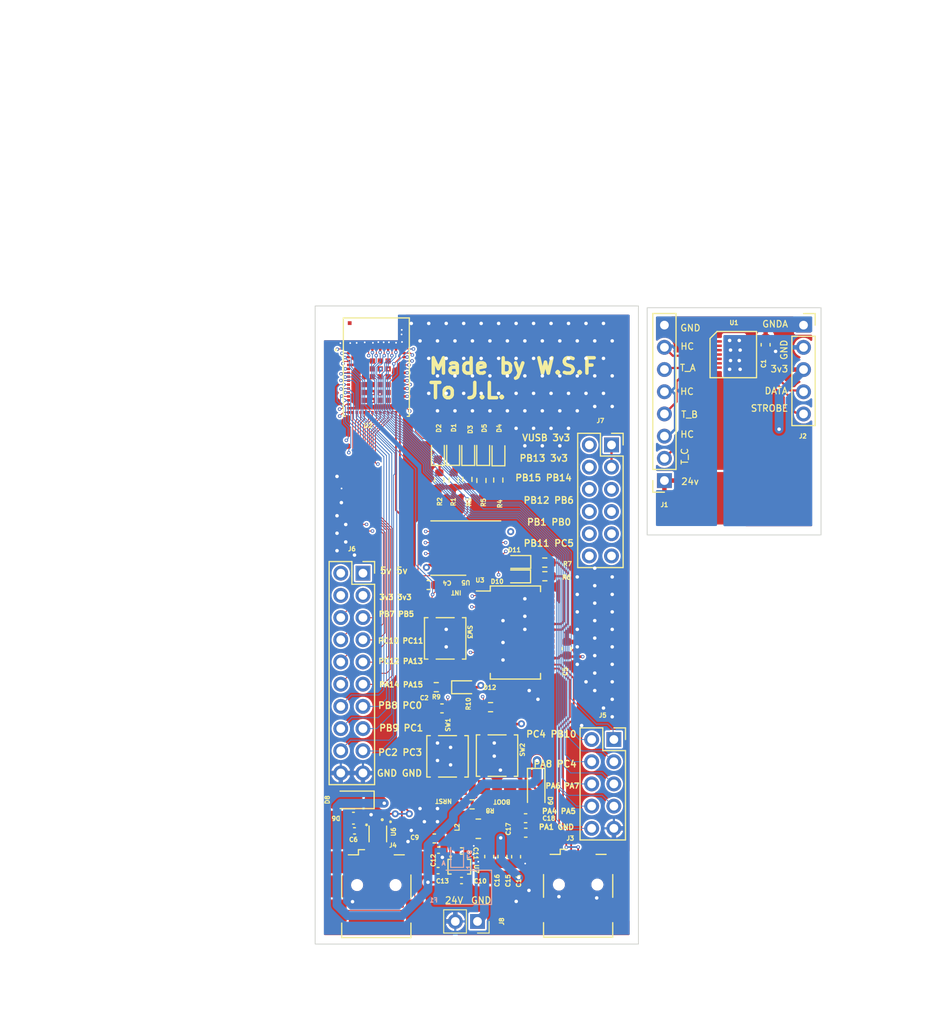
<source format=kicad_pcb>
(kicad_pcb (version 20211014) (generator pcbnew)
  (title_block (title "Banda Magnetica") (date "2023-01-21") (rev "1") (company "William Sanchez"))
  (layers (0 "F.Cu" signal) (1 "In1.Cu" signal) (2 "In2.Cu" signal) (31 "B.Cu" signal) (34 "B.Paste" user) (35 "F.Paste" user) (36 "B.SilkS" user "B.Silkscreen") (37 "F.SilkS" user "F.Silkscreen") (38 "B.Mask" user) (39 "F.Mask" user) (44 "Edge.Cuts" user))
  (net 0 "")
  (net 7 "+3V3")
  (net 8 "GND")
  (net 9 "/Track_Mag/Track_C")
  (net 10 "/Track_Mag/HC")
  (net 11 "/Track_Mag/Track_B")
  (net 12 "/Track_Mag/Track_A")
  (net 13 "GNDA")
  (net 14 "/Track_Mag/STROBE")
  (net 15 "/Track_Mag/DATA")
  (net 16 "+24V")
  (net 17 "Net-(C9-Pad1)")
  (net 18 "/STM32BLE/NRST")
  (net 19 "/STM32BLE/BOOT0")
  (net 20 "Net-(C11-Pad1)")
  (net 21 "Net-(C11-Pad2)")
  (net 22 "Net-(C17-Pad2)")
  (net 26 "Net-(D1-Pad1)")
  (net 27 "Net-(D2-Pad1)")
  (net 28 "Net-(D3-Pad1)")
  (net 29 "Net-(D4-Pad1)")
  (net 30 "Net-(D5-Pad1)")
  (net 32 "unconnected-(J3-Pad6)")
  (net 34 "unconnected-(J4-Pad6)")
  (net 35 "/STM32BLE/Modulo_conn/5v_USB_User")
  (net 36 "MEM_CS")
  (net 37 "PB10")
  (net 38 "MEM_IO3{slash}HOLD")
  (net 39 "MEM_SCK")
  (net 40 "MEM_IO0{slash}DI")
  (net 47 "Net-(D10-Pad1)")
  (net 48 "Net-(D11-Pad1)")
  (net 49 "Net-(C10-Pad1)")
  (net 52 "/STM32BLE/INT")
  (net 53 "PB15")
  (net 54 "PB12")
  (net 55 "PB0")
  (net 56 "PB1")
  (net 57 "PB11")
  (net 58 "PB2")
  (net 59 "USART_CTS")
  (net 60 "USART_RTS_DE")
  (net 61 "LD_YW")
  (net 62 "LD-WT")
  (net 63 "LD_RD")
  (net 64 "LD_GR")
  (net 65 "LD_BL")
  (net 66 "MEM_IO1{slash}DO")
  (net 67 "PA1")
  (net 68 "PC3")
  (net 69 "PC2")
  (net 70 "PC1")
  (net 71 "PC0")
  (net 72 "PC10")
  (net 73 "PC11")
  (net 74 "PC12")
  (net 75 "PA13")
  (net 76 "PA14")
  (net 77 "PA15")
  (net 78 "USART_RX")
  (net 79 "PC5")
  (net 80 "PC4")
  (net 81 "PA8")
  (net 82 "USART_TX")
  (net 83 "PA7")
  (net 84 "PA6")
  (net 85 "PA5")
  (net 86 "PA4")
  (net 87 "MEM_IO2{slash}WP")
  (net 88 "USB_N")
  (net 89 "USB_P")
  (net 90 "Net-(J4-Pad3)")
  (net 91 "Net-(J4-Pad2)")
  (net 94 "/STM32BLE/Modulo_conn/Prog_-")
  (net 95 "5V_Prog")
  (net 96 "Net-(D12-Pad1)")
  (net 97 "VDDUSB")
  (net 98 "Net-(R6-Pad2)")
  (net 116 "PB6")
  (net 117 "PB5")
  (net 118 "PB7")
  (net 119 "PB8")
  (net 120 "PB9")
  (net 121 "PB13")
  (net 122 "PB14")
  (net 124 "/STM32BLE/Modulo_conn/Prog_+")
  (net 125 "Net-(R7-Pad2)")
  (net 127 "Net-(F1-Pad1)")
  (footprint "Button_Switch_SMD:SW_SPST_TL3305A" (layer "F.Cu") (at 108.88 143.03 90)
    (fp_text reference "SW3")
    (fp_text value "INT")
  )
  (footprint "Connector_USB:USB_Mini-B_Wuerth_65100516121_Horizontal" (layer "F.Cu") (at 101 171.25)
    (fp_text reference "J4")
    (fp_text value "USB_B_Micro")
  )
  (footprint "Package_SO:SSOP-28_5.3x10.2mm_P0.65mm" (layer "F.Cu") (at 116.92 142.36)
    (fp_text reference "U3")
    (fp_text value "FT232RL")
  )
  (footprint "LED_SMD:LED_0603_1608Metric" (layer "F.Cu") (at 108.05 121.76 90)
    (fp_text reference "D2")
    (fp_text value "Green")
  )
  (footprint "Capacitor_SMD:C_0402_1005Metric" (layer "F.Cu") (at 98.5 165.05)
    (fp_text reference "C6")
    (fp_text value "100pF")
  )
  (footprint "Capacitor_SMD:C_0603_1608Metric" (layer "F.Cu") (at 145.56 109.44 -90)
    (fp_text reference "C1")
    (fp_text value "100nF")
  )
  (footprint "Resistor_SMD:R_0603_1608Metric" (layer "F.Cu") (at 107.86 148.61 180)
    (fp_text reference "R9")
    (fp_text value "300")
  )
  (footprint "Resistor_SMD:R_0603_1608Metric" (layer "F.Cu") (at 109.85 124.925 -90)
    (fp_text reference "R1")
    (fp_text value "300")
  )
  (footprint "Capacitor_SMD:C_0402_1005Metric" (layer "F.Cu") (at 108.12 167.26 180)
    (fp_text reference "C12")
    (fp_text value "2.2uF (25v)")
  )
  (footprint "Capacitor_SMD:C_0603_1608Metric" (layer "F.Cu") (at 107.635 165.92 180)
    (fp_text reference "C9")
    (fp_text value "1uF (25v)")
  )
  (footprint "Diode_SMD:D_SOD-123" (layer "F.Cu") (at 98.5 161.5 180)
    (fp_text reference "D8")
    (fp_text value "D_User")
  )
  (footprint "Inductor_SMD:L_1008_2520Metric" (layer "F.Cu") (at 112.675 164.81)
    (fp_text reference "L2")
    (fp_text value "10uH")
  )
  (footprint "Capacitor_SMD:C_0402_1005Metric" (layer "F.Cu") (at 110.74 167.35)
    (fp_text reference "C11")
    (fp_text value "0.1uF (10V)")
  )
  (footprint "Capacitor_SMD:C_0603_1608Metric" (layer "F.Cu") (at 122.8 144.2 -90)
    (fp_text reference "C5")
    (fp_text value "100nF")
  )
  (footprint "Connector_PinSocket_2.54mm:PinSocket_2x06_P2.54mm_Vertical" (layer "F.Cu") (at 127.92 120.9)
    (fp_text reference "J7")
    (fp_text value "PC")
  )
  (footprint "Capacitor_SMD:C_0402_1005Metric" (layer "F.Cu") (at 110.75 170.73 180)
    (fp_text reference "C10")
    (fp_text value "1uF (6v)")
  )
  (footprint "LED_SMD:LED_0603_1608Metric" (layer "F.Cu") (at 113.23 121.76 90)
    (fp_text reference "D5")
    (fp_text value "White")
  )
  (footprint "LED_SMD:LED_0603_1608Metric" (layer "F.Cu") (at 109.79 121.75 90)
    (fp_text reference "D1")
    (fp_text value "Red")
  )
  (footprint "Lib_footprint:MAX77756CEWL&plus_T" (layer "F.Cu") (at 110.5 169.15)
    (fp_text reference "U7")
    (fp_text value "MAX77756CEWL+T")
  )
  (footprint "Capacitor_SMD:C_0402_1005Metric" (layer "F.Cu") (at 108.07 169.6 180)
    (fp_text reference "C13")
    (fp_text value "2.2uF (25v)")
  )
  (footprint "Button_Switch_SMD:SW_SPST_TL3305A" (layer "F.Cu") (at 109.15 156.525 -90)
    (fp_text reference "SW1")
    (fp_text value "NRST")
  )
  (footprint "Capacitor_SMD:C_0603_1608Metric" (layer "F.Cu") (at 108.515 151.04)
    (fp_text reference "C2")
    (fp_text value "100nF")
  )
  (footprint "Resistor_SMD:R_0603_1608Metric" (layer "F.Cu") (at 111.965 162.02 180)
    (fp_text reference "R8")
    (fp_text value "100k")
  )
  (footprint "Connector_USB:USB_Mini-B_Wuerth_65100516121_Horizontal" (layer "F.Cu") (at 124.1 171.2)
    (fp_text reference "J3")
    (fp_text value "USB_B_Micro")
  )
  (footprint "LED_SMD:LED_0603_1608Metric" (layer "F.Cu") (at 117.1725 135.94 180)
    (fp_text reference "D10")
    (fp_text value "Tx")
  )
  (footprint "Resistor_SMD:R_0603_1608Metric" (layer "F.Cu") (at 114.075 150.9)
    (fp_text reference "R10")
    (fp_text value "10k")
  )
  (footprint "Connector_PinSocket_2.54mm:PinSocket_1x02_P2.54mm_Vertical" (layer "F.Cu") (at 112.58 175.41 -90)
    (fp_text reference "J8")
    (fp_text value "source")
  )
  (footprint "Connector_PinSocket_2.54mm:PinSocket_1x05_P2.54mm_Vertical" (layer "F.Cu") (at 149.9 107.2)
    (fp_text reference "J2")
    (fp_text value "Host")
  )
  (footprint "Resistor_SMD:R_0603_1608Metric" (layer "F.Cu") (at 113.03 124.965 -90)
    (fp_text reference "R5")
    (fp_text value "300")
  )
  (footprint "LED_SMD:LED_0603_1608Metric" (layer "F.Cu") (at 117.19 134.29 180)
    (fp_text reference "D11")
    (fp_text value "Rx")
  )
  (footprint "Diode_SMD:D_SOD-123" (layer "F.Cu") (at 119.3 160.15 -90)
    (fp_text reference "D9")
    (fp_text value "D_User")
  )
  (footprint "Resistor_SMD:R_0603_1608Metric" (layer "F.Cu") (at 108.21 124.91 -90)
    (fp_text reference "R2")
    (fp_text value "300")
  )
  (footprint "Resistor_SMD:R_0603_1608Metric" (layer "F.Cu") (at 114.96 124.92 -90)
    (fp_text reference "R4")
    (fp_text value "300")
  )
  (footprint "Capacitor_SMD:C_0603_1608Metric" (layer "F.Cu") (at 118.1025 165.2625)
    (fp_text reference "C17")
    (fp_text value "1uF")
  )
  (footprint "Resistor_SMD:R_0603_1608Metric" (layer "F.Cu") (at 120.29 135.92)
    (fp_text reference "R6")
    (fp_text value "300")
  )
  (footprint "Resistor_SMD:R_0603_1608Metric" (layer "F.Cu") (at 120.28 134.36)
    (fp_text reference "R7")
    (fp_text value "300")
  )
  (footprint "Resistor_SMD:R_0603_1608Metric" (layer "F.Cu") (at 111.42 124.84 -90)
    (fp_text reference "R3")
    (fp_text value "300")
  )
  (footprint "Connector_PinSocket_2.54mm:PinSocket_2x10_P2.54mm_Vertical" (layer "F.Cu") (at 99.47 135.57)
    (fp_text reference "J6")
    (fp_text value "PB")
  )
  (footprint "Capacitor_SMD:C_0603_1608Metric" (layer "F.Cu") (at 117 168.005 -90)
    (fp_text reference "C14")
    (fp_text value "22uF (10v)")
  )
  (footprint "LED_SMD:LED_0603_1608Metric" (layer "F.Cu") (at 114.98 121.8 90)
    (fp_text reference "D4")
    (fp_text value "Yellow")
  )
  (footprint "Lib_footprint:ECMF02-2AMX6" (layer "F.Cu") (at 101.175 165.4 -90)
    (fp_text reference "U6")
    (fp_text value "ECMF02-2AMX6" hide)
  )
  (footprint "Button_Switch_SMD:SW_SPST_TL3305A" (layer "F.Cu") (at 114.82 156.44 -90)
    (fp_text reference "SW2")
    (fp_text value "BOOT")
  )
  (footprint "Capacitor_SMD:C_0603_1608Metric" (layer "F.Cu") (at 118.0875 163.6025)
    (fp_text reference "C18")
    (fp_text value "100nF")
  )
  (footprint "Connector_PinSocket_2.54mm:PinSocket_2x05_P2.54mm_Vertical" (layer "F.Cu") (at 128.19 154.6)
    (fp_text reference "J5")
    (fp_text value "PA")
  )
  (footprint "Capacitor_SMD:C_0603_1608Metric" (layer "F.Cu") (at 113.92 167.99 -90)
    (fp_text reference "C16")
    (fp_text value "22uF (10v)")
  )
  (footprint "Capacitor_SMD:C_0603_1608Metric" (layer "F.Cu") (at 115.44 167.99 -90)
    (fp_text reference "C15")
    (fp_text value "22uF (10v)")
  )
  (footprint "Lib_footprint:MagTrack" (layer "F.Cu") (at 141.94 110.56 -90)
    (fp_text reference "U1")
    (fp_text value "Magtek")
  )
  (footprint "LED_SMD:LED_0603_1608Metric" (layer "F.Cu") (at 111.11 148.62)
    (fp_text reference "D12")
    (fp_text value "Blue")
  )
  (footprint "Jon_MV:STM32WB5MMGH6TR" (layer "F.Cu") (at 101 112)
    (fp_text reference "U2")
    (fp_text value "STM32WB5MMGH6TR" hide)
  )
  (footprint "Lib_footprint:ESDA7P60-1U1M" (layer "F.Cu") (at 98.3793 163.6 180)
    (fp_text reference "D6")
    (fp_text value "ESD5Zxx")
  )
  (footprint "LED_SMD:LED_0603_1608Metric" (layer "F.Cu") (at 111.52 121.76 90)
    (fp_text reference "D3")
    (fp_text value "Red")
  )
  (footprint "Connector_PinSocket_2.54mm:PinSocket_1x08_P2.54mm_Vertical" (layer "F.Cu") (at 133.975 124.975 180)
    (fp_text reference "J1")
    (fp_text value "Head_Magnetic_Card")
  )
  (footprint "Capacitor_SMD:C_0603_1608Metric" (layer "F.Cu") (at 106.95 136.93)
    (fp_text reference "C4")
    (fp_text value "100nF")
  )
  (footprint "Package_SON:WSON-8-1EP_8x6mm_P1.27mm_EP3.4x4.3mm" (layer "F.Cu") (at 111.24 132.7 180)
    (fp_text reference "U5")
    (fp_text value "W25Q01JVZEIQ")
  )
  (footprint "Diode_SMD:D_0603_1608Metric" (layer "B.Cu") (at 110.25 167.74 90)
    (fp_text reference "D7")
    (fp_text value "CPDU24V")
  )
  (footprint "Diode_SMD:D_1812_4532Metric" (layer "B.Cu") (at 111.23 171.51 180)
    (fp_text reference "F1")
    (fp_text value "FS")
  )
  (gr_rect (start 132 105.2) (end 151.9 131.2) (layer "Edge.Cuts") (width 0.1) (fill none))
  (gr_rect (start 94 105) (end 131 178) (layer "Edge.Cuts") (width 0.1) (fill none))
  (gr_text "HC" (at 136.59 109.63) (layer "F.SilkS") (effects (font (size 0.75 0.75) (thickness 0.125))))
  (gr_text "PA4 PA5" (at 121.9 162.8) (layer "F.SilkS") (effects (font (size 0.6 0.6))))
  (gr_text "T_C\n" (at 136.3 122.21 90) (layer "F.SilkS") (effects (font (size 0.75 0.75) (thickness 0.125))))
  (gr_text "PA8 PC4" (at 124 157.4) (layer "F.SilkS") (effects (font (size 0.75 0.75)) (justify right)))
  (gr_text "GND" (at 113 173) (layer "F.SilkS") (effects (font (size 0.75 0.75) (thickness 0.125))))
  (gr_text "5v 5v" (at 101.33 135.28) (layer "F.SilkS") (effects (font (size 0.75 0.75)) (justify left)))
  (gr_text "PC12 PA13" (at 103.79 145.64) (layer "F.SilkS") (effects (font (size 0.6 0.6))))
  (gr_text "VUSB 3v3" (at 120.44 120.08) (layer "F.SilkS") (effects (font (size 0.75 0.75))))
  (gr_text "HC" (at 136.58 119.69) (layer "F.SilkS") (effects (font (size 0.75 0.75) (thickness 0.125))))
  (gr_text "PB7 PB5\n" (at 103.3 140.25) (layer "F.SilkS") (effects (font (size 0.6 0.6))))
  (gr_text "T_A" (at 136.65 112.08) (layer "F.SilkS") (effects (font (size 0.75 0.75) (thickness 0.125))))
  (gr_text "PC10 PC11" (at 103.79 143.31) (layer "F.SilkS") (effects (font (size 0.6 0.6))))
  (gr_text "GND\n" (at 147.67 110.02 90) (layer "F.SilkS") (effects (font (size 0.75 0.75) (thickness 0.125))))
  (gr_text "24v\n" (at 136.91 125.09) (layer "F.SilkS") (effects (font (size 0.75 0.75) (thickness 0.125))))
  (gr_text "PA6 PA7" (at 122.3 159.9) (layer "F.SilkS") (effects (font (size 0.6 0.6))))
  (gr_text "Made by W.S.F\nTo J.L." (at 106.84 113.3) (layer "F.SilkS") (effects (font (size 1.75 1.75) (thickness 0.4)) (justify left)))
  (gr_text "PB11 PC5" (at 120.74 132.15) (layer "F.SilkS") (effects (font (size 0.75 0.75))))
  (gr_text "PB8 PC0" (at 103.72 150.7) (layer "F.SilkS") (effects (font (size 0.75 0.75))))
  (gr_text "T_B\n" (at 136.85 117.42) (layer "F.SilkS") (effects (font (size 0.75 0.75) (thickness 0.125))))
  (gr_text "3v3" (at 147.13 112.21) (layer "F.SilkS") (effects (font (size 0.75 0.75) (thickness 0.125))))
  (gr_text "STROBE" (at 146 116.71) (layer "F.SilkS") (effects (font (size 0.75 0.75) (thickness 0.125))))
  (gr_text "PB1 PB0" (at 120.77 129.73) (layer "F.SilkS") (effects (font (size 0.75 0.75))))
  (gr_text "PB12 PB6" (at 120.73 127.23) (layer "F.SilkS") (effects (font (size 0.75 0.75))))
  (gr_text "PB15 PB14" (at 120.14 124.66) (layer "F.SilkS") (effects (font (size 0.75 0.75))))
  (gr_text "GNDA" (at 146.65 107.07) (layer "F.SilkS") (effects (font (size 0.75 0.75) (thickness 0.125))))
  (gr_text "PC2 PC3" (at 103.725 156.075) (layer "F.SilkS") (effects (font (size 0.75 0.75))))
  (gr_text "24V" (at 109.9 173) (layer "F.SilkS") (effects (font (size 0.75 0.75) (thickness 0.125))))
  (gr_text "GND GND" (at 103.65 158.45) (layer "F.SilkS") (effects (font (size 0.75 0.75))))
  (gr_text "PC4 PB10" (at 121.03 153.98) (layer "F.SilkS") (effects (font (size 0.75 0.75))))
  (gr_text "PB13 3v3" (at 123.01 122.42) (layer "F.SilkS") (effects (font (size 0.75 0.75)) (justify right)))
  (gr_text "3v3 3v3" (at 103.19 138.32) (layer "F.SilkS") (effects (font (size 0.6 0.6))))
  (gr_text "PA14 PA15" (at 103.84 148.32) (layer "F.SilkS") (effects (font (size 0.6 0.6))))
  (gr_text "HC" (at 136.56 114.79) (layer "F.SilkS") (effects (font (size 0.75 0.75) (thickness 0.125))))
  (gr_text "PA1 GND" (at 121.61 164.61) (layer "F.SilkS") (effects (font (size 0.6 0.6))))
  (gr_text "GND" (at 136.95 107.52) (layer "F.SilkS") (effects (font (size 0.75 0.75) (thickness 0.125))))
  (gr_text "PB9 PC1" (at 103.85 153.28) (layer "F.SilkS") (effects (font (size 0.75 0.75))))
  (gr_text "DATA" (at 146.76 114.72) (layer "F.SilkS") (effects (font (size 0.75 0.75) (thickness 0.125))))
  (segment (start 117.57 152.84) (end 117.61 152.8) (width 0.3) (layer "F.Cu") (net 7))
  (segment (start 112.75 148.62) (end 112.96 148.41) (width 0.3) (layer "F.Cu") (net 7))
  (segment (start 97.825 111.299999) (end 97.776336 111.348663) (width 0.102) (layer "F.Cu") (net 7))
  (segment (start 97.825 112.2) (end 97.456651 112.2) (width 0.25) (layer "F.Cu") (net 7))
  (segment (start 143.835 109.55) (end 144.44 109.55) (width 0.25) (layer "F.Cu") (net 7))
  (segment (start 97.456651 112.2) (end 97.45 112.193349) (width 0.25) (layer "F.Cu") (net 7))
  (segment (start 113.25 162.02) (end 113.75 162.52) (width 0.3) (layer "F.Cu") (net 7))
  (segment (start 107.49 134.605) (end 107.045 134.605) (width 0.25) (layer "F.Cu") (net 7))
  (segment (start 122.12 144.99) (end 123.02 144.99) (width 0.3) (layer "F.Cu") (net 7))
  (segment (start 116.32 161.58) (end 116.32 160.04) (width 0.3) (layer "F.Cu") (net 7))
  (segment (start 97.3 111.348663) (end 97.17335 111.475313) (width 0.102) (layer "F.Cu") (net 7))
  (segment (start 115.44 167.215) (end 116.985 167.215) (width 0.102) (layer "F.Cu") (net 7))
  (segment (start 97.17335 111.475313) (end 97.17335 111.593789) (width 0.102) (layer "F.Cu") (net 7))
  (segment (start 115.24 165.85) (end 115.24 162.66) (width 0.3) (layer "F.Cu") (net 7))
  (segment (start 143.705 109.55) (end 144.44 109.55) (width 0.25) (layer "F.Cu") (net 7))
  (segment (start 116.32 152.84) (end 117.57 152.84) (width 0.3) (layer "F.Cu") (net 7))
  (segment (start 111.8975 148.62) (end 112.75 148.62) (width 0.3) (layer "F.Cu") (net 7))
  (segment (start 97.825 117.175002) (end 97.224998 117.175002) (width 0.102) (layer "F.Cu") (net 7))
  (segment (start 113.92 167.215) (end 116.985 167.215) (width 0.25) (layer "F.Cu") (net 7))
  (segment (start 96.993377 116.806623) (end 97.55 116.25) (width 0.102) (layer "F.Cu") (net 7))
  (segment (start 124.62 145.12) (end 123.15 145.12) (width 0.3) (layer "F.Cu") (net 7))
  (segment (start 115.24 162.66) (end 116.32 161.58) (width 0.3) (layer "F.Cu") (net 7))
  (segment (start 145.325 108.665) (end 145.56 108.665) (width 0.25) (layer "F.Cu") (net 7))
  (segment (start 107.045 134.605) (end 106.734973 134.915027) (width 0.25) (layer "F.Cu") (net 7))
  (segment (start 123.15 145.12) (end 123.1 145.07) (width 0.3) (layer "F.Cu") (net 7))
  (segment (start 144.44 109.55) (end 145.325 108.665) (width 0.25) (layer "F.Cu") (net 7))
  (segment (start 120.52 145.285) (end 121.825 145.285) (width 0.3) (layer "F.Cu") (net 7))
  (segment (start 112.79 162.02) (end 113.25 162.02) (width 0.3) (layer "F.Cu") (net 7))
  (segment (start 97.825 116.25) (end 97.55 116.25) (width 0.102) (layer "F.Cu") (net 7))
  (segment (start 113.92 167.215) (end 115.44 167.215) (width 0.102) (layer "F.Cu") (net 7))
  (segment (start 113.75 162.52) (end 113.75 164.81) (width 0.3) (layer "F.Cu") (net 7))
  (segment (start 96.993377 116.806623) (end 96.793377 116.806623) (width 0.102) (layer "F.Cu") (net 7))
  (segment (start 97.776336 111.348663) (end 97.3 111.348663) (width 0.102) (layer "F.Cu") (net 7))
  (segment (start 123.02 144.99) (end 123.1 145.07) (width 0.3) (layer "F.Cu") (net 7))
  (segment (start 121.825 145.285) (end 122.12 144.99) (width 0.3) (layer "F.Cu") (net 7))
  (segment (start 127.92 120.9) (end 127.92 123.44) (width 0.25) (layer "F.Cu") (net 7))
  (segment (start 97.224998 117.175002) (end 96.9 117.5) (width 0.102) (layer "F.Cu") (net 7))
  (segment (start 116.985 167.215) (end 117 167.23) (width 0.25) (layer "F.Cu") (net 7))
  (segment (start 113.75 167.045) (end 113.92 167.215) (width 0.25) (layer "F.Cu") (net 7))
  (segment (start 113.75 164.81) (end 113.75 167.045) (width 0.25) (layer "F.Cu") (net 7))
  (segment (start 96.9 117.5) (end 96.8 117.6) (width 0.102) (layer "F.Cu") (net 7))
  (via (at 97.17335 111.593789) (size 0.4) (drill 0.2) (layers "F.Cu" "B.Cu") (net 7))
  (via (at 117.61 152.8) (size 0.8) (drill 0.4) (layers "F.Cu" "B.Cu") (net 7))
  (via (at 147.1 119.1) (size 0.8) (drill 0.4) (layers "F.Cu" "B.Cu") (net 7))
  (via (at 116.38 130.82) (size 0.8) (drill 0.4) (layers "F.Cu" "B.Cu") (net 7))
  (via (at 96.8 117.6) (size 0.4) (drill 0.2) (layers "F.Cu" "B.Cu") (net 7))
  (via (at 97.45 112.193349) (size 0.4) (drill 0.2) (layers "F.Cu" "B.Cu") (net 7))
  (via (at 117.3 170.4) (size 0.8) (drill 0.4) (layers "F.Cu" "B.Cu") (net 7))
  (via (at 112.96 148.41) (size 0.8) (drill 0.4) (layers "F.Cu" "B.Cu") (net 7))
  (via (at 115.24 165.85) (size 0.8) (drill 0.4) (layers "F.Cu" "B.Cu") (net 7))
  (via (at 124.62 145.12) (size 0.4) (drill 0.2) (layers "F.Cu" "B.Cu") (net 7))
  (via (at 106.734973 134.915027) (size 0.8) (drill 0.4) (layers "F.Cu" "B.Cu") (net 7))
  (via (at 96.793377 116.806623) (size 0.4) (drill 0.2) (layers "F.Cu" "B.Cu") (net 7))
  (segment (start 115.24 165.85) (end 115.24 168.34) (width 1) (layer "B.Cu") (net 7))
  (segment (start 150.125 112.13) (end 147.1 115.155) (width 1) (layer "B.Cu") (net 7))
  (segment (start 147.1 115.155) (end 147.1 119.1) (width 1) (layer "B.Cu") (net 7))
  (segment (start 115.24 168.34) (end 117.3 170.4) (width 1) (layer "B.Cu") (net 7))
  (segment (start 145.56 110.215) (end 145.395 110.05) (width 0.25) (layer "F.Cu") (net 8))
  (segment (start 111.73 168.07) (end 112.06 167.74) (width 0.102) (layer "F.Cu") (net 8))
  (segment (start 111.3 168.777092) (end 110.928092 169.149) (width 0.102) (layer "F.Cu") (net 8))
  (segment (start 146.7 110.2) (end 146.685 110.215) (width 0.25) (layer "F.Cu") (net 8))
  (segment (start 111.3 168.75) (end 111.73 168.32) (width 0.102) (layer "F.Cu") (net 8))
  (segment (start 146.685 110.215) (end 145.56 110.215) (width 0.25) (layer "F.Cu") (net 8))
  (segment (start 117.3275 163.6175) (end 117.3125 163.6025) (width 0.3) (layer "F.Cu") (net 8))
  (segment (start 117.3275 165.2625) (end 117.3275 163.6175) (width 0.3) (layer "F.Cu") (net 8))
  (segment (start 111.73 168.32) (end 111.73 168.07) (width 0.102) (layer "F.Cu") (net 8))
  (segment (start 143.705 110.05) (end 145.395 110.05) (width 0.25) (layer "F.Cu") (net 8))
  (segment (start 111.3 168.75) (end 111.3 168.777092) (width 0.102) (layer "F.Cu") (net 8))
  (segment (start 145.395 110.05) (end 143.835 110.05) (width 0.25) (layer "F.Cu") (net 8))
  (segment (start 110.928092 169.149) (end 110.9 169.149) (width 0.102) (layer "F.Cu") (net 8))
  (segment (start 112.06 167.74) (end 112.09 167.74) (width 0.102) (layer "F.Cu") (net 8))
  (via (at 114 117) (size 0.8) (drill 0.4) (layers "F.Cu" "B.Cu") (net 8))
  (via (at 102.44 109.16) (size 0.4) (drill 0.2) (layers "F.Cu" "B.Cu") (net 8))
  (via (at 110 109) (size 0.8) (drill 0.4) (layers "F.Cu" "B.Cu") (net 8))
  (via (at 124 109) (size 0.8) (drill 0.4) (layers "F.Cu" "B.Cu") (net 8))
  (via (at 146.7 110.2) (size 0.8) (drill 0.4) (layers "F.Cu" "B.Cu") (net 8))
  (via (at 119 119) (size 0.8) (drill 0.4) (layers "F.Cu" "B.Cu") (net 8))
  (via (at 96.5 129) (size 0.8) (drill 0.4) (layers "F.Cu" "B.Cu") (net 8))
  (via (at 119 115) (size 0.8) (drill 0.4) (layers "F.Cu" "B.Cu") (net 8))
  (via (at 126 145) (size 0.8) (drill 0.4) (layers "F.Cu" "B.Cu") (net 8))
  (via (at 118 138.5) (size 0.8) (drill 0.4) (layers "F.Cu" "B.Cu") (net 8))
  (via (at 122 117) (size 0.8) (drill 0.4) (layers "F.Cu" "B.Cu") (net 8))
  (via (at 118 117) (size 0.8) (drill 0.4) (layers "F.Cu" "B.Cu") (net 8))
  (via (at 107 111) (size 0.8) (drill 0.4) (layers "F.Cu" "B.Cu") (net 8))
  (via (at 127 107) (size 0.8) (drill 0.4) (layers "F.Cu" "B.Cu") (net 8))
  (via (at 126 141) (size 0.8) (drill 0.4) (layers "F.Cu" "B.Cu") (net 8))
  (via (at 123 107) (size 0.8) (drill 0.4) (layers "F.Cu" "B.Cu") (net 8))
  (via (at 113 107) (size 0.8) (drill 0.4) (layers "F.Cu" "B.Cu") (net 8))
  (via (at 120 121) (size 0.8) (drill 0.4) (layers "F.Cu" "B.Cu") (net 8))
  (via (at 114.5 155) (size 0.8) (drill 0.4) (layers "F.Cu" "B.Cu") (net 8))
  (via (at 126 147) (size 0.8) (drill 0.4) (layers "F.Cu" "B.Cu") (net 8))
  (via (at 103.94 109.12) (size 0.4) (drill 0.2) (layers "F.Cu" "B.Cu") (net 8))
  (via (at 117 119) (size 0.8) (drill 0.4) (layers "F.Cu" "B.Cu") (net 8))
  (via (at 126 149) (size 0.8) (drill 0.4) (layers "F.Cu" "B.Cu") (net 8))
  (via (at 120 113) (size 0.8) (drill 0.4) (layers "F.Cu" "B.Cu") (net 8))
  (via (at 128 109) (size 0.8) (drill 0.4) (layers "F.Cu" "B.Cu") (net 8))
  (via (at 124 144) (size 0.8) (drill 0.4) (layers "F.Cu" "B.Cu") (net 8))
  (via (at 119.5 150) (size 0.8) (drill 0.4) (layers "F.Cu" "B.Cu") (net 8))
  (via (at 105 165) (size 0.8) (drill 0.4) (layers "F.Cu" "B.Cu") (net 8))
  (via (at 98.01 109.25) (size 0.4) (drill 0.2) (layers "F.Cu" "B.Cu") (net 8))
  (via (at 121 119) (size 0.8) (drill 0.4) (layers "F.Cu" "B.Cu") (net 8))
  (via (at 98.75 109.23) (size 0.4) (drill 0.2) (layers "F.Cu" "B.Cu") (net 8))
  (via (at 115.5 141) (size 0.8) (drill 0.4) (layers "F.Cu" "B.Cu") (net 8))
  (via (at 120 109) (size 0.8) (drill 0.4) (layers "F.Cu" "B.Cu") (net 8))
  (via (at 109 144) (size 0.8) (drill 0.4) (layers "F.Cu" "B.Cu") (net 8))
  (via (at 119 111) (size 0.8) (drill 0.4) (layers "F.Cu" "B.Cu") (net 8))
  (via (at 108 164) (size 0.8) (drill 0.4) (layers "F.Cu" "B.Cu") (net 8))
  (via (at 114.5 156.5) (size 0.8) (drill 0.4) (layers "F.Cu" "B.Cu") (net 8))
  (via (at 106.5 164) (size 0.8) (drill 0.4) (layers "F.Cu" "B.Cu") (net 8))
  (via (at 128 136) (size 0.8) (drill 0.4) (layers "F.Cu" "B.Cu") (net 8))
  (via (at 109.5 157.5) (size 0.8) (drill 0.4) (layers "F.Cu" "B.Cu") (net 8))
  (via (at 119 107) (size 0.8) (drill 0.4) (layers "F.Cu" "B.Cu") (net 8))
  (via (at 101.23 109.14) (size 0.4) (drill 0.2) (layers "F.Cu" "B.Cu") (net 8))
  (via (at 127 111) (size 0.8) (drill 0.4) (layers "F.Cu" "B.Cu") (net 8))
  (via (at 123 115) (size 0.8) (drill 0.4) (layers "F.Cu" "B.Cu") (net 8))
  (via (at 101.5 112.2) (size 0.4) (drill 0.2) (layers "F.Cu" "B.Cu") (net 8))
  (via (at 99.67 109.17) (size 0.4) (drill 0.2) (layers "F.Cu" "B.Cu") (net 8))
  (via (at 112 109) (size 0.8) (drill 0.4) (layers "F.Cu" "B.Cu") (net 8))
  (via (at 126 109) (size 0.8) (drill 0.4) (layers "F.Cu" "B.Cu") (net 8))
  (via (at 128 142) (size 0.8) (drill 0.4) (layers "F.Cu" "B.Cu") (net 8))
  (via (at 123 119) (size 0.8) (drill 0.4) (layers "F.Cu" "B.Cu") (net 8))
  (via (at 118 142) (size 0.8) (drill 0.4) (layers "F.Cu" "B.Cu") (net 8))
  (via (at 112 117) (size 0.8) (drill 0.4) (layers "F.Cu" "B.Cu") (net 8))
  (via (at 100.4 163.2) (size 0.8) (drill 0.4) (layers "F.Cu" "B.Cu") (net 8))
  (via (at 126 139) (size 0.8) (drill 0.4) (layers "F.Cu" "B.Cu") (net 8))
  (via (at 117 107) (size 0.8) (drill 0.4) (layers "F.Cu" "B.Cu") (net 8))
  (via (at 122 109) (size 0.8) (drill 0.4) (layers "F.Cu" "B.Cu") (net 8))
  (via (at 113 115) (size 0.8) (drill 0.4) (layers "F.Cu" "B.Cu") (net 8))
  (via (at 126 116.5) (size 0.8) (drill 0.4) (layers "F.Cu" "B.Cu") (net 8))
  (via (at 106 109) (size 0.8) (drill 0.4) (layers "F.Cu" "B.Cu") (net 8))
  (via (at 111 111) (size 0.8) (drill 0.4) (layers "F.Cu" "B.Cu") (net 8))
  (via (at 122 113) (size 0.8) (drill 0.4) (layers "F.Cu" "B.Cu") (net 8))
  (via (at 108 113) (size 0.8) (drill 0.4) (layers "F.Cu" "B.Cu") (net 8))
  (via (at 109 142) (size 0.8) (drill 0.4) (layers "F.Cu" "B.Cu") (net 8))
  (via (at 105 107) (size 0.8) (drill 0.4) (layers "F.Cu" "B.Cu") (net 8))
  (via (at 128 152) (size 0.8) (drill 0.4) (layers "F.Cu" "B.Cu") (net 8))
  (via (at 109 107) (size 0.8) (drill 0.4) (layers "F.Cu" "B.Cu") (net 8))
  (via (at 118 113) (size 0.8) (drill 0.4) (layers "F.Cu" "B.Cu") (net 8))
  (via (at 112.67 168.58) (size 0.4) (drill 0.2) (layers "F.Cu" "B.Cu") (net 8))
  (via (at 126 137) (size 0.8) (drill 0.4) (layers "F.Cu" "B.Cu") (net 8))
  (via (at 128 138) (size 0.8) (drill 0.4) (layers "F.Cu" "B.Cu") (net 8))
  (via (at 124 138) (size 0.8) (drill 0.4) (layers "F.Cu" "B.Cu") (net 8))
  (via (at 115.5 143.5) (size 0.8) (drill 0.4) (layers "F.Cu" "B.Cu") (net 8))
  (via (at 124 113) (size 0.8) (drill 0.4) (layers "F.Cu" "B.Cu") (net 8))
  (via (at 142.54 111.25) (size 0.8) (drill 0.4) (layers "F.Cu" "B.Cu") (net 8))
  (via (at 126 135) (size 0.8) (drill 0.4) (layers "F.Cu" "B.Cu") (net 8))
  (via (at 118.5 149) (size 0.8) (drill 0.4) (layers "F.Cu" "B.Cu") (net 8))
  (via (at 128 146) (size 0.8) (drill 0.4) (layers "F.Cu" "B.Cu") (net 8))
  (via (at 109 115) (size 0.8) (drill 0.4) (layers "F.Cu" "B.Cu") (net 8))
  (via (at 142.64 112.25) (size 0.8) (drill 0.4) (layers "F.Cu" "B.Cu") (net 8))
  (via (at 109.5 155.5) (size 0.8) (drill 0.4) (layers "F.Cu" "B.Cu") (net 8))
  (via (at 117.01 173.12) (size 0.8) (drill 0.4) (layers "F.Cu" "B.Cu") (net 8))
  (via (at 110 113) (size 0.8) (drill 0.4) (layers "F.Cu" "B.Cu") (net 8))
  (via (at 103.91 107.74) (size 0.4) (drill 0.2) (layers "F.Cu" "B.Cu") (net 8))
  (via (at 114 113) (size 0.8) (drill 0.4) (layers "F.Cu" "B.Cu") (net 8))
  (via (at 113 111) (size 0.8) (drill 0.4) (layers "F.Cu" "B.Cu") (net 8))
  (via (at 124 136) (size 0.8) (drill 0.4) (layers "F.Cu" "B.Cu") (net 8))
  (via (at 108 162.5) (size 0.8) (drill 0.4) (layers "F.Cu" "B.Cu") (net 8))
  (via (at 114 109) (size 0.8) (drill 0.4) (layers "F.Cu" "B.Cu") (net 8))
  (via (at 115 115) (size 0.8) (drill 0.4) (layers "F.Cu" "B.Cu") (net 8))
  (via (at 108 109) (size 0.8) (drill 0.4) (layers "F.Cu" "B.Cu") (net 8))
  (via (at 115 111) (size 0.8) (drill 0.4) (layers "F.Cu" "B.Cu") (net 8))
  (via (at 121.9 172.575) (size 0.8) (drill 0.4) (layers "F.Cu" "B.Cu") (net 8))
  (via (at 121 111) (size 0.8) (drill 0.4) (layers "F.Cu" "B.Cu") (net 8))
  (via (at 142.64 110.05) (size 0.8) (drill 0.4) (layers "F.Cu" "B.Cu") (net 8))
  (via (at 121 107) (size 0.8) (drill 0.4) (layers "F.Cu" "B.Cu") (net 8))
  (via (at 97.5 132) (size 0.8) (drill 0.4) (layers "F.Cu" "B.Cu") (net 8))
  (via (at 115.2 158.1) (size 0.8) (drill 0.4) (layers "F.Cu" "B.Cu") (net 8))
  (via (at 110 117) (size 0.8) (drill 0.4) (layers "F.Cu" "B.Cu") (net 8))
  (via (at 96.5 124.5) (size 0.8) (drill 0.4) (layers "F.Cu" "B.Cu") (net 8))
  (via (at 108 157) (size 0.8) (drill 0.4) (layers "F.Cu" "B.Cu") (net 8))
  (via (at 98.275 173.15) (size 0.8) (drill 0.4) (layers "F.Cu" "B.Cu") (net 8))
  (via (at 111 107) (size 0.8) (drill 0.4) (layers "F.Cu" "B.Cu") (net 8))
  (via (at 116 113) (size 0.8) (drill 0.4) (layers "F.Cu" "B.Cu") (net 8))
  (via (at 128 144) (size 0.8) (drill 0.4) (layers "F.Cu" "B.Cu") (net 8))
  (via (at 97.02 125.88) (size 0.4) (drill 0.2) (layers "F.Cu" "B.Cu") (net 8))
  (via (at 103.89 108.26) (size 0.4) (drill 0.2) (layers "F.Cu" "B.Cu") (net 8))
  (via (at 111 115) (size 0.8) (drill 0.4) (layers "F.Cu" "B.Cu") (net 8))
  (via (at 128 113) (size 0.8) (drill 0.4) (layers "F.Cu" "B.Cu") (net 8))
  (via (at 124 142) (size 0.8) (drill 0.4) (layers "F.Cu" "B.Cu") (net 8))
  (via (at 118.47 171.86) (size 0.8) (drill 0.4) (layers "F.Cu" "B.Cu") (net 8))
  (via (at 103.26 109.21) (size 0.4) (drill 0.2) (layers "F.Cu" "B.Cu") (net 8))
  (via (at 115 107) (size 0.8) (drill 0.4) (layers "F.Cu" "B.Cu") (net 8))
  (via (at 107 115) (size 0.8) (drill 0.4) (layers "F.Cu" "B.Cu") (net 8))
  (via (at 116 117) (size 0.8) (drill 0.4) (layers "F.Cu" "B.Cu") (net 8))
  (via (at 141.44 108.95) (size 0.8) (drill 0.4) (layers "F.Cu" "B.Cu") (net 8))
  (via (at 112 113) (size 0.8) (drill 0.4) (layers "F.Cu" "B.Cu") (net 8))
  (via (at 124 117) (size 0.8) (drill 0.4) (layers "F.Cu" "B.Cu") (net 8))
  (via (at 125 107) (size 0.8) (drill 0.4) (layers "F.Cu" "B.Cu") (net 8))
  (via (at 118 109) (size 0.8) (drill 0.4) (layers "F.Cu" "B.Cu") (net 8))
  (via (at 124 146) (size 0.8) (drill 0.4) (layers "F.Cu" "B.Cu") (net 8))
  (via (at 112.09 167.74) (size 0.4) (drill 0.2) (layers "F.Cu" "B.Cu") (net 8))
  (via (at 96.89 109.26) (size 0.4) (drill 0.2) (layers "F.Cu" "B.Cu") (net 8))
  (via (at 125 148) (size 0.8) (drill 0.4) (layers "F.Cu" "B.Cu") (net 8))
  (via (at 96.5 133) (size 0.8) (drill 0.4) (layers "F.Cu" "B.Cu") (net 8))
  (via (at 115.5 145.5) (size 0.8) (drill 0.4) (layers "F.Cu" "B.Cu") (net 8))
  (via (at 104.625 166.275) (size 0.8) (drill 0.4) (layers "F.Cu" "B.Cu") (net 8))
  (via (at 124.5 153) (size 0.8) (drill 0.4) (layers "F.Cu" "B.Cu") (net 8))
  (via (at 108 155) (size 0.8) (drill 0.4) (layers "F.Cu" "B.Cu") (net 8))
  (via (at 118 121) (size 0.8) (drill 0.4) (layers "F.Cu" "B.Cu") (net 8))
  (via (at 120 117) (size 0.8) (drill 0.4) (layers "F.Cu" "B.Cu") (net 8))
  (via (at 123 111) (size 0.8) (drill 0.4) (layers "F.Cu" "B.Cu") (net 8))
  (via (at 141.54 111.25) (size 0.8) (drill 0.4) (layers "F.Cu" "B.Cu") (net 8))
  (via (at 108 117) (size 0.8) (drill 0.4) (layers "F.Cu" "B.Cu") (net 8))
  (via (at 142.54 108.95) (size 0.8) (drill 0.4) (layers "F.Cu" "B.Cu") (net 8))
  (via (at 107 107) (size 0.8) (drill 0.4) (layers "F.Cu" "B.Cu") (net 8))
  (via (at 97.5 130) (size 0.8) (drill 0.4) (layers "F.Cu" "B.Cu") (net 8))
  (via (at 128 140) (size 0.8) (drill 0.4) (layers "F.Cu" "B.Cu") (net 8))
  (via (at 97 127.5) (size 0.8) (drill 0.4) (layers "F.Cu" "B.Cu") (net 8))
  (via (at 127 151) (size 0.8) (drill 0.4) (layers "F.Cu" "B.Cu") (net 8))
  (via (at 121 115) (size 0.8) (drill 0.4) (layers "F.Cu" "B.Cu") (net 8))
  (via (at 117 115) (size 0.8) (drill 0.4) (layers "F.Cu" "B.Cu") (net 8))
  (via (at 127 115) (size 0.8) (drill 0.4) (layers "F.Cu" "B.Cu") (net 8))
  (via (at 141.44 112.25) (size 0.8) (drill 0.4) (layers "F.Cu" "B.Cu") (net 8))
  (via (at 126 143) (size 0.8) (drill 0.4) (layers "F.Cu" "B.Cu") (net 8))
  (via (at 106 162.5) (size 0.8) (drill 0.4) (layers "F.Cu" "B.Cu") (net 8))
  (via (at 101.84 109.16) (size 0.4) (drill 0.2) (layers "F.Cu" "B.Cu") (net 8))
  (via (at 98.5 133.5) (size 0.8) (drill 0.4) (layers "F.Cu" "B.Cu") (net 8))
  (via (at 109 111) (size 0.8) (drill 0.4) (layers "F.Cu" "B.Cu") (net 8))
  (via (at 116 109) (size 0.8) (drill 0.4) (layers "F.Cu" "B.Cu") (net 8))
  (via (at 128 148) (size 0.8) (drill 0.4) (layers "F.Cu" "B.Cu") (net 8))
  (via (at 96.5 131) (size 0.8) (drill 0.4) (layers "F.Cu" "B.Cu") (net 8))
  (via (at 124 140) (size 0.8) (drill 0.4) (layers "F.Cu" "B.Cu") (net 8))
  (via (at 118.04 168.79) (size 0.4) (drill 0.2) (layers "F.Cu" "B.Cu") (net 8))
  (via (at 126.225 172.725) (size 0.8) (drill 0.4) (layers "F.Cu" "B.Cu") (net 8))
  (via (at 118 140.5) (size 0.8) (drill 0.4) (layers "F.Cu" "B.Cu") (net 8))
  (via (at 128 116.5) (size 0.8) (drill 0.4) (layers "F.Cu" "B.Cu") (net 8))
  (via (at 141.54 110.05) (size 0.8) (drill 0.4) (layers "F.Cu" "B.Cu") (net 8))
  (via (at 126 113) (size 0.8) (drill 0.4) (layers "F.Cu" "B.Cu") (net 8))
  (via (at 122 121) (size 0.8) (drill 0.4) (layers "F.Cu" "B.Cu") (net 8))
  (via (at 128 150) (size 0.8) (drill 0.4) (layers "F.Cu" "B.Cu") (net 8))
  (via (at 100.61 109.22) (size 0.4) (drill 0.2) (layers "F.Cu" "B.Cu") (net 8))
  (via (at 112.15 166.77) (size 0.4) (drill 0.2) (layers "F.Cu" "B.Cu") (net 8))
  (via (at 117 111) (size 0.8) (drill 0.4) (layers "F.Cu" "B.Cu") (net 8))
  (via (at 125 111) (size 0.8) (drill 0.4) (layers "F.Cu" "B.Cu") (net 8))
  (via (at 125 115) (size 0.8) (drill 0.4) (layers "F.Cu" "B.Cu") (net 8))
  (segment (start 136 114.2) (end 136 120.41) (width 0.25) (layer "F.Cu") (net 9))
  (segment (start 140.215 112.05) (end 138.15 112.05) (width 0.25) (layer "F.Cu") (net 9))
  (segment (start 136 120.41) (end 133.975 122.435) (width 0.25) (layer "F.Cu") (net 9))
  (segment (start 138.15 112.05) (end 136 114.2) (width 0.25) (layer "F.Cu") (net 9))
  (segment (start 136.1 110.7) (end 137.75 109.05) (width 0.25) (layer "F.Cu") (net 10))
  (segment (start 133.975 109.735) (end 134.94 110.7) (width 0.25) (layer "F.Cu") (net 10))
  (segment (start 137.75 109.05) (end 140.215 109.05) (width 0.25) (layer "F.Cu") (net 10))
  (segment (start 134.94 110.7) (end 136.1 110.7) (width 0.25) (layer "F.Cu") (net 10))
  (segment (start 134.86 109.56) (end 135.2 109.9) (width 0.3) (layer "B.Cu") (net 10))
  (segment (start 134.58 119.72) (end 133.8 119.72) (width 0.3) (layer "B.Cu") (net 10))
  (segment (start 135.2 119.1) (end 134.58 119.72) (width 0.3) (layer "B.Cu") (net 10))
  (segment (start 133.8 109.56) (end 134.86 109.56) (width 0.3) (layer "B.Cu") (net 10))
  (segment (start 135.2 115.1) (end 135.2 119.1) (width 0.3) (layer "B.Cu") (net 10))
  (segment (start 133.8 114.64) (end 134.74 114.64) (width 0.3) (layer "B.Cu") (net 10))
  (segment (start 135.2 114.3) (end 135.2 109.9) (width 0.3) (layer "B.Cu") (net 10))
  (segment (start 133.8 114.64) (end 134.86 114.64) (width 0.3) (layer "B.Cu") (net 10))
  (segment (start 134.86 114.64) (end 135.2 114.3) (width 0.3) (layer "B.Cu") (net 10))
  (segment (start 134.74 114.64) (end 135.2 115.1) (width 0.3) (layer "B.Cu") (net 10))
  (segment (start 135.365 115.965) (end 133.975 117.355) (width 0.25) (layer "F.Cu") (net 11))
  (segment (start 137.95 111.05) (end 135.365 113.635) (width 0.25) (layer "F.Cu") (net 11))
  (segment (start 140.215 111.05) (end 137.95 111.05) (width 0.25) (layer "F.Cu") (net 11))
  (segment (start 135.365 113.635) (end 135.365 115.965) (width 0.25) (layer "F.Cu") (net 11))
  (segment (start 135.8 112.1) (end 133.8 112.1) (width 0.25) (layer "F.Cu") (net 12))
  (segment (start 140.215 110.05) (end 137.85 110.05) (width 0.25) (layer "F.Cu") (net 12))
  (segment (start 137.85 110.05) (end 135.8 112.1) (width 0.25) (layer "F.Cu") (net 12))
  (segment (start 148.973604 117.21) (end 150.125 117.21) (width 0.25) (layer "F.Cu") (net 14))
  (segment (start 148.131802 116.368198) (end 148.973604 117.21) (width 0.25) (layer "F.Cu") (net 14))
  (segment (start 144.95 112.05) (end 148.131802 115.231802) (width 0.25) (layer "F.Cu") (net 14))
  (segment (start 143.705 112.05) (end 144.95 112.05) (width 0.25) (layer "F.Cu") (net 14))
  (segment (start 148.131802 115.231802) (end 148.131802 116.368198) (width 0.25) (layer "F.Cu") (net 14))
  (segment (start 143.835 111.05) (end 144.75 111.05) (width 0.25) (layer "F.Cu") (net 15))
  (segment (start 144.75 111.05) (end 148.37 114.67) (width 0.25) (layer "F.Cu") (net 15))
  (segment (start 143.705 111.05) (end 144.75 111.05) (width 0.25) (layer "F.Cu") (net 15))
  (segment (start 148.37 114.67) (end 150.125 114.67) (width 0.25) (layer "F.Cu") (net 15))
  (segment (start 108.56 167.46) (end 108.56 168.08) (width 0.25) (layer "F.Cu") (net 16))
  (via (at 108.56 168.08) (size 0.8) (drill 0.4) (layers "F.Cu" "B.Cu") (net 16))
  (segment (start 110.5 169.15) (end 110.387086 169.15) (width 0.102) (layer "F.Cu") (net 17))
  (segment (start 110.1 168.75) (end 110.1 168.777092) (width 0.102) (layer "F.Cu") (net 17))
  (segment (start 110.1 168.478248) (end 109.835876 168.214124) (width 0.1016) (layer "F.Cu") (net 17))
  (segment (start 109.59 166.42) (end 109.59 167.96) (width 0.1016) (layer "F.Cu") (net 17))
  (segment (start 110.387086 169.15) (end 110.1 168.862914) (width 0.102) (layer "F.Cu") (net 17))
  (segment (start 108.915 166.04) (end 109.21 166.04) (width 0.1016) (layer "F.Cu") (net 17))
  (segment (start 109.59 167.96) (end 110.1 168.47) (width 0.1016) (layer "F.Cu") (net 17))
  (segment (start 110.1 168.777092) (end 110.374908 169.052) (width 0.102) (layer "F.Cu") (net 17))
  (segment (start 110.1 168.75) (end 110.1 168.478248) (width 0.1016) (layer "F.Cu") (net 17))
  (segment (start 108.915 166.04) (end 109.09 166.04) (width 0.3) (layer "F.Cu") (net 17))
  (segment (start 110.1 168.862914) (end 110.1 168.75) (width 0.102) (layer "F.Cu") (net 17))
  (segment (start 109.835876 168.214124) (end 110.030872 168.40912) (width 0.3) (layer "F.Cu") (net 17))
  (segment (start 109.09 166.04) (end 109.5 166.45) (width 0.3) (layer "F.Cu") (net 17))
  (segment (start 109.21 166.04) (end 109.59 166.42) (width 0.1016) (layer "F.Cu") (net 17))
  (segment (start 109.5 167.878248) (end 109.835876 168.214124) (width 0.3) (layer "F.Cu") (net 17))
  (segment (start 110.1 168.47) (end 110.1 168.75) (width 0.1016) (layer "F.Cu") (net 17))
  (segment (start 109.5 166.45) (end 109.5 167.878248) (width 0.3) (layer "F.Cu") (net 17))
  (segment (start 109.29 151.04) (end 110.33 151.04) (width 0.3) (layer "F.Cu") (net 18))
  (segment (start 110.65 160.07) (end 110.65 152.87) (width 0.3) (layer "F.Cu") (net 18))
  (segment (start 110.65 152.87) (end 110.65 151.36) (width 0.3) (layer "F.Cu") (net 18))
  (segment (start 109.18 150.93) (end 109.29 151.04) (width 0.1016) (layer "F.Cu") (net 18))
  (segment (start 110.55 161.24) (end 110.55 160.17) (width 0.3) (layer "F.Cu") (net 18))
  (segment (start 111.14 161.83) (end 110.55 161.24) (width 0.3) (layer "F.Cu") (net 18))
  (segment (start 97.825 113.999999) (end 97.3 114) (width 0.102) (layer "F.Cu") (net 18))
  (segment (start 110.65 151.36) (end 110.33 151.04) (width 0.3) (layer "F.Cu") (net 18))
  (segment (start 111.14 162.02) (end 111.14 161.83) (width 0.3) (layer "F.Cu") (net 18))
  (segment (start 109.18 149.76) (end 109.18 150.93) (width 0.1016) (layer "F.Cu") (net 18))
  (segment (start 110.55 160.17) (end 110.65 160.07) (width 0.3) (layer "F.Cu") (net 18))
  (via (at 109.18 149.76) (size 0.4) (drill 0.2) (layers "F.Cu" "B.Cu") (net 18))
  (via (at 97.3 114) (size 0.4) (drill 0.2) (layers "F.Cu" "B.Cu") (net 18))
  (via (at 97.57 120.37) (size 0.4) (drill 0.2) (layers "F.Cu" "B.Cu") (net 18))
  (segment (start 96.515624 115.891765) (end 97.26193 116.638071) (width 0.102) (layer "B.Cu") (net 18))
  (segment (start 97.77 120.17) (end 97.57 120.37) (width 0.1016) (layer "B.Cu") (net 18))
  (segment (start 97.77 118.92) (end 97.77 120.17) (width 0.1016) (layer "B.Cu") (net 18))
  (segment (start 97.26193 117.89807) (end 97.26193 118.41193) (width 0.1016) (layer "B.Cu") (net 18))
  (segment (start 96.515624 114.322188) (end 96.515624 115.891765) (width 0.102) (layer "B.Cu") (net 18))
  (segment (start 97.26193 116.638071) (end 97.26193 117.89807) (width 0.102) (layer "B.Cu") (net 18))
  (segment (start 97.26193 118.41193) (end 97.77 118.92) (width 0.1016) (layer "B.Cu") (net 18))
  (segment (start 96.837812 114) (end 96.515624 114.322188) (width 0.102) (layer "B.Cu") (net 18))
  (segment (start 97.3 114) (end 96.837812 114) (width 0.102) (layer "B.Cu") (net 18))
  (segment (start 97.825 115.350001) (end 97.070965 115.350001) (width 0.102) (layer "F.Cu") (net 19))
  (segment (start 113.32 152.84) (end 113.32 150.97) (width 0.3) (layer "F.Cu") (net 19))
  (segment (start 113.32 152.84) (end 113.32 160.04) (width 0.3) (layer "F.Cu") (net 19))
  (segment (start 113.32 150.97) (end 113.25 150.9) (width 0.3) (layer "F.Cu") (net 19))
  (segment (start 113.25 150.9) (end 113.25 149.77) (width 0.1016) (layer "F.Cu") (net 19))
  (segment (start 97.070965 115.350001) (end 97.024302 115.303338) (width 0.102) (layer "F.Cu") (net 19))
  (segment (start 113.25 149.77) (end 113.17 149.69) (width 0.1016) (layer "F.Cu") (net 19))
  (via (at 97.024302 115.303338) (size 0.4) (drill 0.2) (layers "F.Cu" "B.Cu") (net 19))
  (via (at 97.8495 121.78) (size 0.4) (drill 0.2) (layers "F.Cu" "B.Cu") (net 19))
  (via (at 113.17 149.69) (size 0.4) (drill 0.2) (layers "F.Cu" "B.Cu") (net 19))
  (segment (start 96.902785 115.424855) (end 96.902785 115.990992) (width 0.102) (layer "B.Cu") (net 19))
  (segment (start 97.474257 118.282907) (end 98.08 118.88865) (width 0.1016) (layer "B.Cu") (net 19))
  (segment (start 97.474257 117.775743) (end 97.474257 118.282907) (width 0.1016) (layer "B.Cu") (net 19))
  (segment (start 97.8495 121.4205) (end 97.8495 121.78) (width 0.1016) (layer "B.Cu") (net 19))
  (segment (start 97.024302 115.303338) (end 96.902785 115.424855) (width 0.102) (layer "B.Cu") (net 19))
  (segment (start 97.474256 116.562463) (end 97.474257 117.775743) (width 0.102) (layer "B.Cu") (net 19))
  (segment (start 98.08 121.19) (end 97.8495 121.4205) (width 0.1016) (layer "B.Cu") (net 19))
  (segment (start 98.08 118.88865) (end 98.08 121.19) (width 0.1016) (layer "B.Cu") (net 19))
  (segment (start 96.902785 115.990992) (end 97.474256 116.562463) (width 0.102) (layer "B.Cu") (net 19))
  (segment (start 110.26 167.35) (end 110.26 167.828256) (width 0.25) (layer "F.Cu") (net 20))
  (segment (start 110.505872 168.074128) (end 110.505872 168.614128) (width 0.25) (layer "F.Cu") (net 20))
  (segment (start 110.26 167.828256) (end 110.505872 168.074128) (width 0.25) (layer "F.Cu") (net 20))
  (segment (start 110.5 168) (end 110.26 167.76) (width 0.102) (layer "F.Cu") (net 20))
  (segment (start 110.5 168.75) (end 110.5 168) (width 0.102) (layer "F.Cu") (net 20))
  (segment (start 111.22 166.93) (end 111.22 167.88) (width 0.25) (layer "F.Cu") (net 21))
  (segment (start 111.22 167.77) (end 111.22 166.93) (width 0.102) (layer "F.Cu") (net 21))
  (segment (start 111.22 166.7925) (end 111.6 166.4125) (width 0.25) (layer "F.Cu") (net 21))
  (segment (start 111.22 167.88) (end 110.955872 168.144128) (width 0.25) (layer "F.Cu") (net 21))
  (segment (start 111.22 166.93) (end 111.22 166.7925) (width 0.25) (layer "F.Cu") (net 21))
  (segment (start 110.955872 168.144128) (end 110.955872 168.58) (width 0.25) (layer "F.Cu") (net 21))
  (segment (start 110.9 168.09) (end 111.22 167.77) (width 0.102) (layer "F.Cu") (net 21))
  (segment (start 111.6 166.4125) (end 111.6 164.81) (width 0.25) (layer "F.Cu") (net 21))
  (segment (start 110.9 168.75) (end 110.9 168.09) (width 0.102) (layer "F.Cu") (net 21))
  (segment (start 122.5 168.6) (end 122.5 167.45) (width 0.25) (layer "F.Cu") (net 22))
  (segment (start 116.545 143.345) (end 116.38 143.51) (width 0.25) (layer "F.Cu") (net 22))
  (segment (start 118.8625 163.0375) (end 119.3 162.6) (width 0.25) (layer "F.Cu") (net 22))
  (segment (start 118.8625 163.6025) (end 118.8625 163.0375) (width 0.25) (layer "F.Cu") (net 22))
  (segment (start 118.8625 165.2475) (end 118.8775 165.2625) (width 0.25) (layer "F.Cu") (net 22))
  (segment (start 116.79 143.335) (end 116.545 143.335) (width 0.25) (layer "F.Cu") (net 22))
  (segment (start 119.3 162.6) (end 119.3 161.8) (width 0.25) (layer "F.Cu") (net 22))
  (segment (start 118.9 159.9) (end 118.1 159.1) (width 0.25) (layer "F.Cu") (net 22))
  (segment (start 120.52 143.335) (end 116.79 143.335) (width 0.25) (layer "F.Cu") (net 22))
  (segment (start 119.3 160.3) (end 118.9 159.9) (width 0.25) (layer "F.Cu") (net 22))
  (segment (start 119.3 161.8) (end 119.3 160.3) (width 0.25) (layer "F.Cu") (net 22))
  (segment (start 116.38 148.65) (end 118.73 151) (width 0.25) (layer "F.Cu") (net 22))
  (segment (start 113.32 140.085) (end 116.185 140.085) (width 0.3) (layer "F.Cu") (net 22))
  (segment (start 116.61 143.335) (end 116.38 143.105) (width 0.25) (layer "F.Cu") (net 22))
  (segment (start 116.79 143.335) (end 116.61 143.335) (width 0.25) (layer "F.Cu") (net 22))
  (segment (start 116.38 142.5) (end 116.38 143.105) (width 0.25) (layer "F.Cu") (net 22))
  (segment (start 116.38 143.105) (end 116.38 143.51) (width 0.25) (layer "F.Cu") (net 22))
  (segment (start 118.73 151) (end 118.73 154.77) (width 0.25) (layer "F.Cu") (net 22))
  (segment (start 116.38 139.86) (end 116.38 134.3525) (width 0.3) (layer "F.Cu") (net 22))
  (segment (start 116.38 142.5) (end 116.38 140.28) (width 0.3) (layer "F.Cu") (net 22))
  (segment (start 118.73 154.77) (end 118.55 154.95) (width 0.25) (layer "F.Cu") (net 22))
  (segment (start 122.5 167.45) (end 120.3125 165.2625) (width 0.25) (layer "F.Cu") (net 22))
  (segment (start 120.3125 165.2625) (end 118.8775 165.2625) (width 0.25) (layer "F.Cu") (net 22))
  (segment (start 116.3325 134.37) (end 116.385 134.4225) (width 0.102) (layer "F.Cu") (net 22))
  (segment (start 116.38 143.51) (end 116.38 148.65) (width 0.25) (layer "F.Cu") (net 22))
  (segment (start 118.8625 163.6025) (end 118.8625 165.2475) (width 0.25) (layer "F.Cu") (net 22))
  (segment (start 116.185 140.055) (end 116.38 139.86) (width 0.25) (layer "F.Cu") (net 22))
  (segment (start 116.185 140.085) (end 116.38 140.28) (width 0.3) (layer "F.Cu") (net 22))
  (segment (start 118.1 155.4) (end 118.55 154.95) (width 0.25) (layer "F.Cu") (net 22))
  (segment (start 116.185 140.085) (end 116.185 140.055) (width 0.25) (layer "F.Cu") (net 22))
  (segment (start 116.385 134.4225) (end 116.385 135.94) (width 0.102) (layer "F.Cu") (net 22))
  (segment (start 116.38 134.3525) (end 116.4025 134.33) (width 0.3) (layer "F.Cu") (net 22))
  (segment (start 116.545 143.335) (end 116.545 143.345) (width 0.25) (layer "F.Cu") (net 22))
  (segment (start 116.38 140.28) (end 116.38 139.86) (width 0.3) (layer "F.Cu") (net 22))
  (segment (start 118.1 159.1) (end 118.1 155.4) (width 0.25) (layer "F.Cu") (net 22))
  (segment (start 109.83 122.6575) (end 109.83 124.08) (width 0.25) (layer "F.Cu") (net 26))
  (segment (start 109.83 124.08) (end 109.85 124.1) (width 0.25) (layer "F.Cu") (net 26))
  (segment (start 108.24 122.6675) (end 108.24 124.055) (width 0.25) (layer "F.Cu") (net 27))
  (segment (start 108.24 124.055) (end 108.21 124.085) (width 0.25) (layer "F.Cu") (net 27))
  (segment (start 111.43 122.5525) (end 111.43 124.005) (width 0.25) (layer "F.Cu") (net 28))
  (segment (start 111.43 124.005) (end 111.42 124.015) (width 0.25) (layer "F.Cu") (net 28))
  (segment (start 114.98 122.5875) (end 114.98 124.075) (width 0.25) (layer "F.Cu") (net 29))
  (segment (start 114.98 124.075) (end 114.96 124.095) (width 0.25) (layer "F.Cu") (net 29))
  (segment (start 113.04 124.13) (end 113.03 124.14) (width 0.25) (layer "F.Cu") (net 30))
  (segment (start 113.04 122.6525) (end 113.04 124.13) (width 0.25) (layer "F.Cu") (net 30))
  (segment (start 119.7 168.6) (end 119.7 174.1) (width 0.102) (layer "F.Cu") (net 32))
  (segment (start 128.5 174.1) (end 128.5 168.6) (width 0.102) (layer "F.Cu") (net 32))
  (segment (start 119.7 174.1) (end 128.5 174.1) (width 0.102) (layer "F.Cu") (net 32))
  (segment (start 96.6 168.65) (end 96.6 174.15) (width 0.102) (layer "F.Cu") (net 34))
  (segment (start 105.4 174.15) (end 105.4 168.65) (width 0.102) (layer "F.Cu") (net 34))
  (segment (start 96.6 174.15) (end 105.4 174.15) (width 0.102) (layer "F.Cu") (net 34))
  (segment (start 96.567941 109.924999) (end 96.535848 109.957092) (width 0.1016) (layer "F.Cu") (net 36))
  (segment (start 97.825 109.924999) (end 96.567941 109.924999) (width 0.1016) (layer "F.Cu") (net 36))
  (segment (start 114.99 135.75) (end 114.99 134.605) (width 0.1016) (layer "F.Cu") (net 36))
  (via (at 96.535848 109.957092) (size 0.4) (drill 0.2) (layers "F.Cu" "B.Cu") (net 36))
  (via (at 114.99 135.75) (size 0.4) (drill 0.2) (layers "F.Cu" "B.Cu") (net 36))
  (segment (start 104.175 109.924999) (end 105.25 109.925) (width 0.1016) (layer "F.Cu") (net 37))
  (via (at 105.25 109.925) (size 0.4) (drill 0.2) (layers "F.Cu" "B.Cu") (net 37))
  (segment (start 123.3 149.95) (end 123.3 133.192348) (width 0.1016) (layer "B.Cu") (net 37))
  (segment (start 128.1 154.6) (end 128.1 153.44) (width 0.1016) (layer "B.Cu") (net 37))
  (segment (start 102.49955 113.7) (end 102.49955 116.567874) (width 0.1016) (layer "B.Cu") (net 37))
  (segment (start 104.890816 109.925) (end 103.4 111.415816) (width 0.1016) (layer "B.Cu") (net 37))
  (segment (start 103.4 112.79955) (end 102.49955 113.7) (width 0.1016) (layer "B.Cu") (net 37))
  (segment (start 103.4 111.415816) (end 103.4 112.79955) (width 0.1016) (layer "B.Cu") (net 37))
  (segment (start 102.49955 116.567874) (end 113.391076 127.4594) (width 0.1016) (layer "B.Cu") (net 37))
  (segment (start 128.1 153.44) (end 127.49 152.83) (width 0.1016) (layer "B.Cu") (net 37))
  (segment (start 117.567052 127.4594) (end 123.3 133.192348) (width 0.1016) (layer "B.Cu") (net 37))
  (segment (start 113.391076 127.4594) (end 117.567052 127.4594) (width 0.1016) (layer "B.Cu") (net 37))
  (segment (start 126.24 152.83) (end 126.21 152.86) (width 0.1016) (layer "B.Cu") (net 37))
  (segment (start 126.21 152.86) (end 123.3 149.95) (width 0.1016) (layer "B.Cu") (net 37))
  (segment (start 127.49 152.83) (end 126.24 152.83) (width 0.1016) (layer "B.Cu") (net 37))
  (segment (start 105.25 109.925) (end 104.890816 109.925) (width 0.1016) (layer "B.Cu") (net 37))
  (segment (start 106.66 133.335) (end 106.65 133.325) (width 0.1016) (layer "F.Cu") (net 38))
  (segment (start 107.49 133.335) (end 106.66 133.335) (width 0.1016) (layer "F.Cu") (net 38))
  (via (at 106.65 133.325) (size 0.4) (drill 0.2) (layers "F.Cu" "B.Cu") (net 38))
  (via blind (at 100.6 115.87) (size 0.4) (drill 0.2) (layers "F.Cu" "In1.Cu") (net 38))
  (segment (start 106.635 132.065) (end 106.625 132.075) (width 0.1016) (layer "F.Cu") (net 39))
  (segment (start 107.49 132.065) (end 106.635 132.065) (width 0.1016) (layer "F.Cu") (net 39))
  (segment (start 100.121026 110.675167) (end 100.121026 109.946025) (width 0.1016) (layer "F.Cu") (net 39))
  (segment (start 100.121026 109.946025) (end 100.099999 109.924998) (width 0.1016) (layer "F.Cu") (net 39))
  (via (at 106.625 132.075) (size 0.4) (drill 0.2) (layers "F.Cu" "B.Cu") (net 39))
  (via (at 100.121026 110.675167) (size 0.4) (drill 0.2) (layers "F.Cu" "B.Cu") (net 39))
  (segment (start 106.655 130.795) (end 106.65 130.8) (width 0.1016) (layer "F.Cu") (net 40))
  (segment (start 107.49 130.795) (end 106.655 130.795) (width 0.1016) (layer "F.Cu") (net 40))
  (via (at 106.65 130.8) (size 0.4) (drill 0.2) (layers "F.Cu" "B.Cu") (net 40))
  (via blind (at 102.39 112.23) (size 0.4) (drill 0.2) (layers "F.Cu" "In1.Cu") (net 40))
  (segment (start 119.445 135.94) (end 119.465 135.92) (width 0.3) (layer "F.Cu") (net 47))
  (segment (start 117.96 135.94) (end 119.445 135.94) (width 0.3) (layer "F.Cu") (net 47))
  (segment (start 117.9075 134.37) (end 119.445 134.37) (width 0.25) (layer "F.Cu") (net 48))
  (segment (start 119.445 134.37) (end 119.455 134.36) (width 0.25) (layer "F.Cu") (net 48))
  (segment (start 110.9 169.55) (end 110.9 170) (width 0.3) (layer "F.Cu") (net 49))
  (segment (start 110.9 170) (end 111.23 170.33) (width 0.3) (layer "F.Cu") (net 49))
  (segment (start 111.23 170.33) (end 111.23 170.73) (width 0.3) (layer "F.Cu") (net 49))
  (segment (start 110.9 169.55) (end 110.5 169.55) (width 0.102) (layer "F.Cu") (net 49))
  (segment (start 107.38 146.63) (end 107.38 139.43) (width 0.1143) (layer "F.Cu") (net 52))
  (segment (start 107.725 137.725) (end 107.44 138.01) (width 0.102) (layer "F.Cu") (net 52))
  (segment (start 107.035 148.61) (end 107.035 147.975) (width 0.3) (layer "F.Cu") (net 52))
  (segment (start 107.035 147.975) (end 107.38 147.63) (width 0.3) (layer "F.Cu") (net 52))
  (segment (start 97.825 110.85) (end 97.45584 110.85) (width 0.1143) (layer "F.Cu") (net 52))
  (segment (start 107.725 136.93) (end 107.725 137.725) (width 0.102) (layer "F.Cu") (net 52))
  (segment (start 107.38 147.63) (end 107.38 146.63) (width 0.3) (layer "F.Cu") (net 52))
  (segment (start 107.38 138.07) (end 107.44 138.01) (width 0.102) (layer "F.Cu") (net 52))
  (segment (start 107.38 139.43) (end 107.38 138.07) (width 0.102) (layer "F.Cu") (net 52))
  (segment (start 97.45584 110.85) (end 97.408177 110.897663) (width 0.1143) (layer "F.Cu") (net 52))
  (via (at 107.44 138.01) (size 0.4) (drill 0.2) (layers "F.Cu" "B.Cu") (net 52))
  (via (at 97.408177 110.897663) (size 0.4) (drill 0.2) (layers "F.Cu" "B.Cu") (net 52))
  (segment (start 99.467308 117.606776) (end 105.5 123.639468) (width 0.102) (layer "B.Cu") (net 52))
  (segment (start 97.9264 112.052518) (end 99.467308 113.593426) (width 0.102) (layer "B.Cu") (net 52))
  (segment (start 105.5 123.639468) (end 105.5 134.6) (width 0.102) (layer "B.Cu") (net 52))
  (segment (start 107.44 136.54) (end 107.44 138.01) (width 0.102) (layer "B.Cu") (net 52))
  (segment (start 105.5 134.6) (end 107.44 136.54) (width 0.102) (layer "B.Cu") (net 52))
  (segment (start 99.467308 113.593426) (end 99.467308 117.606776) (width 0.102) (layer "B.Cu") (net 52))
  (segment (start 97.408177 110.897663) (end 97.9264 111.415886) (width 0.102) (layer "B.Cu") (net 52))
  (segment (start 97.9264 111.415886) (end 97.9264 112.052518) (width 0.102) (layer "B.Cu") (net 52))
  (segment (start 104.175 113.999999) (end 104.869825 113.999999) (width 0.1143) (layer "F.Cu") (net 53))
  (segment (start 104.869825 113.999999) (end 104.880819 113.989005) (width 0.1143) (layer "F.Cu") (net 53))
  (via (at 104.880819 113.989005) (size 0.4) (drill 0.2) (layers "F.Cu" "B.Cu") (net 53))
  (segment (start 104.175 112.649999) (end 104.529304 112.649999) (width 0.1143) (layer "F.Cu") (net 54))
  (segment (start 104.529304 112.649999) (end 104.529306 112.650001) (width 0.1143) (layer "F.Cu") (net 54))
  (via (at 104.529306 112.650001) (size 0.4) (drill 0.2) (layers "F.Cu" "B.Cu") (net 54))
  (segment (start 104.175 111.749999) (end 104.729301 111.749999) (width 0.1143) (layer "F.Cu") (net 55))
  (segment (start 104.729301 111.749999) (end 104.729304 111.750002) (width 0.1143) (layer "F.Cu") (net 55))
  (via (at 104.729304 111.750002) (size 0.4) (drill 0.2) (layers "F.Cu" "B.Cu") (net 55))
  (segment (start 104.175 111.299999) (end 105.081281 111.299999) (width 0.1143) (layer "F.Cu") (net 56))
  (segment (start 105.081281 111.299999) (end 105.092591 111.288689) (width 0.1143) (layer "F.Cu") (net 56))
  (via (at 105.092591 111.288689) (size 0.4) (drill 0.2) (layers "F.Cu" "B.Cu") (net 56))
  (segment (start 104.175 110.399999) (end 104.914663 110.399999) (width 0.1143) (layer "F.Cu") (net 57))
  (segment (start 104.914663 110.399999) (end 105.126379 110.611715) (width 0.1143) (layer "F.Cu") (net 57))
  (via (at 105.126379 110.611715) (size 0.4) (drill 0.2) (layers "F.Cu" "B.Cu") (net 57))
  (segment (start 102.998546 111.625819) (end 103.7 110.924365) (width 0.102) (layer "F.Cu") (net 58))
  (segment (start 103.7 110.924365) (end 103.7 109.924998) (width 0.102) (layer "F.Cu") (net 58))
  (via (at 102.998546 111.625819) (size 0.4) (drill 0.2) (layers "F.Cu" "B.Cu") (net 58))
  (segment (start 123.04 133.22) (end 123.04 148.89) (width 0.102) (layer "B.Cu") (net 58))
  (segment (start 124.23 154.6) (end 123.0396 153.4096) (width 0.1016) (layer "B.Cu") (net 58))
  (segment (start 125.56 154.6) (end 124.23 154.6) (width 0.1016) (layer "B.Cu") (net 58))
  (segment (start 123.0396 153.4096) (end 123.0396 149.7354) (width 0.1016) (layer "B.Cu") (net 58))
  (segment (start 113.298128 127.6628) (end 117.4828 127.6628) (width 0.102) (layer "B.Cu") (net 58))
  (segment (start 102.998546 111.625819) (end 102.998546 112.721454) (width 0.1143) (layer "B.Cu") (net 58))
  (segment (start 123.04 149.735) (end 123.04 148.89) (width 0.1016) (layer "B.Cu") (net 58))
  (segment (start 102.998546 112.721454) (end 102.29 113.43) (width 0.1143) (layer "B.Cu") (net 58))
  (segment (start 102.29 113.43) (end 102.29 116.654672) (width 0.1143) (layer "B.Cu") (net 58))
  (segment (start 102.29 116.654672) (end 110.967664 125.332336) (width 0.1143) (layer "B.Cu") (net 58))
  (segment (start 123.0396 149.7354) (end 123.04 149.735) (width 0.1016) (layer "B.Cu") (net 58))
  (segment (start 117.4828 127.6628) (end 123.04 133.22) (width 0.102) (layer "B.Cu") (net 58))
  (segment (start 110.967664 125.332336) (end 113.298128 127.6628) (width 0.102) (layer "B.Cu") (net 58))
  (segment (start 99.199999 117.175002) (end 99.199999 118.019093) (width 0.102) (layer "F.Cu") (net 59))
  (segment (start 100.56 130.75) (end 99.73 130.75) (width 0.1016) (layer "F.Cu") (net 59))
  (segment (start 113.32 139.435) (end 111.945 139.435) (width 0.102) (layer "F.Cu") (net 59))
  (segment (start 98.922 118.302) (end 98.922 129.942) (width 0.102) (layer "F.Cu") (net 59))
  (segment (start 98.919546 118.299546) (end 98.922 118.302) (width 0.102) (layer "F.Cu") (net 59))
  (segment (start 99.199999 118.019093) (end 98.919546 118.299546) (width 0.102) (layer "F.Cu") (net 59))
  (segment (start 98.922 129.942) (end 99.115 130.135) (width 0.102) (layer "F.Cu") (net 59))
  (segment (start 99.115 130.135) (end 99.73 130.75) (width 0.1016) (layer "F.Cu") (net 59))
  (segment (start 111.945 139.435) (end 111.93 139.42) (width 0.102) (layer "F.Cu") (net 59))
  (via (at 111.93 139.42) (size 0.4) (drill 0.2) (layers "F.Cu" "B.Cu") (net 59))
  (via (at 100.56 130.75) (size 0.4) (drill 0.2) (layers "F.Cu" "B.Cu") (net 59))
  (segment (start 99.65 117.95) (end 99.17 118.43) (width 0.102) (layer "F.Cu") (net 60))
  (segment (start 99.17 129.7) (end 99.46 129.99) (width 0.102) (layer "F.Cu") (net 60))
  (segment (start 99.65 117.175002) (end 99.65 117.95) (width 0.102) (layer "F.Cu") (net 60))
  (segment (start 113.32 144.635) (end 111.785 144.635) (width 0.102) (layer "F.Cu") (net 60))
  (segment (start 99.17 118.43) (end 99.17 129.7) (width 0.102) (layer "F.Cu") (net 60))
  (segment (start 111.785 144.635) (end 111.78 144.64) (width 0.102) (layer "F.Cu") (net 60))
  (segment (start 99.46 129.99) (end 99.88 129.99) (width 0.102) (layer "F.Cu") (net 60))
  (via (at 111.78 144.64) (size 0.4) (drill 0.2) (layers "F.Cu" "B.Cu") (net 60))
  (via (at 99.88 129.99) (size 0.4) (drill 0.2) (layers "F.Cu" "B.Cu") (net 60))
  (segment (start 114.98 121.0125) (end 114.98 119.97) (width 0.1143) (layer "F.Cu") (net 61))
  (segment (start 106.7741 119.0841) (end 106.32 118.63) (width 0.102) (layer "F.Cu") (net 61))
  (segment (start 106.32 116.718466) (end 105.539778 115.938244) (width 0.102) (layer "F.Cu") (net 61))
  (segment (start 106.32 118.63) (end 106.32 116.718466) (width 0.102) (layer "F.Cu") (net 61))
  (segment (start 114.08 119.07) (end 114.0659 119.0841) (width 0.1143) (layer "F.Cu") (net 61))
  (segment (start 105.12 112.2) (end 104.175 112.2) (width 0.102) (layer "F.Cu") (net 61))
  (segment (start 114.98 119.97) (end 114.08 119.07) (width 0.1143) (layer "F.Cu") (net 61))
  (segment (start 105.539778 112.619778) (end 105.12 112.2) (width 0.102) (layer "F.Cu") (net 61))
  (segment (start 105.539778 115.938244) (end 105.539778 112.619778) (width 0.102) (layer "F.Cu") (net 61))
  (segment (start 107.6959 119.0841) (end 106.7741 119.0841) (width 0.102) (layer "F.Cu") (net 61))
  (segment (start 114.0659 119.0841) (end 107.6959 119.0841) (width 0.1143) (layer "F.Cu") (net 61))
  (segment (start 106.697214 119.372786) (end 107.352786 119.372786) (width 0.102) (layer "F.Cu") (net 62))
  (segment (start 105.336178 116.034768) (end 106.1164 116.81499) (width 0.102) (layer "F.Cu") (net 62))
  (segment (start 112.012786 119.372786) (end 113.02 120.38) (width 0.1016) (layer "F.Cu") (net 62))
  (segment (start 104.175 113.100001) (end 105.070001 113.100001) (width 0.102) (layer "F.Cu") (net 62))
  (segment (start 105.336178 113.366178) (end 105.336178 116.034768) (width 0.102) (layer "F.Cu") (net 62))
  (segment (start 105.070001 113.100001) (end 105.336178 113.366178) (width 0.102) (layer "F.Cu") (net 62))
  (segment (start 106.1164 118.791972) (end 106.697214 119.372786) (width 0.102) (layer "F.Cu") (net 62))
  (segment (start 107.352786 119.372786) (end 112.012786 119.372786) (width 0.1016) (layer "F.Cu") (net 62))
  (segment (start 113.02 120.38) (end 113.04 120.38) (width 0.1016) (layer "F.Cu") (net 62))
  (segment (start 106.1164 116.81499) (end 106.1164 118.791972) (width 0.102) (layer "F.Cu") (net 62))
  (segment (start 113.04 120.38) (end 113.04 121.0775) (width 0.1143) (layer "F.Cu") (net 62))
  (segment (start 110.672336 119.582336) (end 107.002336 119.582336) (width 0.1143) (layer "F.Cu") (net 63))
  (segment (start 104.69 114.9) (end 104.95 115.16) (width 0.102) (layer "F.Cu") (net 63))
  (segment (start 105.889536 116.87606) (end 105.889536 119.183668) (width 0.102) (layer "F.Cu") (net 63))
  (segment (start 106.288204 119.582336) (end 107.002336 119.582336) (width 0.102) (layer "F.Cu") (net 63))
  (segment (start 104.175 114.9) (end 104.69 114.9) (width 0.102) (layer "F.Cu") (net 63))
  (segment (start 111.43 120.9775) (end 111.43 120.34) (width 0.1143) (layer "F.Cu") (net 63))
  (segment (start 111.43 120.34) (end 110.672336 119.582336) (width 0.1143) (layer "F.Cu") (net 63))
  (segment (start 104.95 115.16) (end 104.95 115.936524) (width 0.102) (layer "F.Cu") (net 63))
  (segment (start 105.889536 119.183668) (end 106.288204 119.582336) (width 0.102) (layer "F.Cu") (net 63))
  (segment (start 104.95 115.936524) (end 105.889536 116.87606) (width 0.102) (layer "F.Cu") (net 63))
  (segment (start 105.482336 119.352336) (end 106.3 120.17) (width 0.102) (layer "F.Cu") (net 64))
  (segment (start 108.24 120.53) (end 108.24 121.0925) (width 0.1143) (layer "F.Cu") (net 64))
  (segment (start 107.88 120.17) (end 108.24 120.53) (width 0.1143) (layer "F.Cu") (net 64))
  (segment (start 105.482336 117.044728) (end 105.482336 119.352336) (width 0.102) (layer "F.Cu") (net 64))
  (segment (start 106.3 120.17) (end 107.13 120.17) (width 0.102) (layer "F.Cu") (net 64))
  (segment (start 107.13 120.17) (end 107.88 120.17) (width 0.1143) (layer "F.Cu") (net 64))
  (segment (start 104.687608 116.25) (end 105.482336 117.044728) (width 0.102) (layer "F.Cu") (net 64))
  (segment (start 104.175 116.25) (end 104.687608 116.25) (width 0.102) (layer "F.Cu") (net 64))
  (segment (start 109.83 120.27) (end 109.42 119.86) (width 0.1143) (layer "F.Cu") (net 65))
  (segment (start 104.175 115.800001) (end 104.525543 115.800001) (width 0.102) (layer "F.Cu") (net 65))
  (segment (start 105.685936 119.268002) (end 106.277934 119.86) (width 0.102) (layer "F.Cu") (net 65))
  (segment (start 109.42 119.86) (end 107.59 119.86) (width 0.1143) (layer "F.Cu") (net 65))
  (segment (start 104.525543 115.800001) (end 105.685936 116.960394) (width 0.102) (layer "F.Cu") (net 65))
  (segment (start 109.83 121.0825) (end 109.83 120.27) (width 0.1143) (layer "F.Cu") (net 65))
  (segment (start 106.277934 119.86) (end 107.59 119.86) (width 0.102) (layer "F.Cu") (net 65))
  (segment (start 105.685936 116.960394) (end 105.685936 119.268002) (width 0.102) (layer "F.Cu") (net 65))
  (segment (start 114.99 133.335) (end 115.565 133.335) (width 0.1016) (layer "F.Cu") (net 66))
  (segment (start 115.565 133.335) (end 115.825 133.075) (width 0.1016) (layer "F.Cu") (net 66))
  (via blind (at 100.62 114.98) (size 0.4) (drill 0.2) (layers "F.Cu" "In1.Cu") (net 66))
  (via (at 115.825 133.075) (size 0.4) (drill 0.2) (layers "F.Cu" "B.Cu") (net 66))
  (segment (start 97.086062 110.399999) (end 97.07097 110.415091) (width 0.1016) (layer "F.Cu") (net 67))
  (segment (start 97.825 110.399999) (end 97.086062 110.399999) (width 0.1016) (layer "F.Cu") (net 67))
  (via (at 97.07097 110.415091) (size 0.4) (drill 0.2) (layers "F.Cu" "B.Cu") (net 67))
  (segment (start 98.13 111.968466) (end 99.670708 113.509175) (width 0.1016) (layer "B.Cu") (net 67))
  (segment (start 121.617 133.809426) (end 121.617 163.757) (width 0.1016) (layer "B.Cu") (net 67))
  (segment (start 99.670708 116.361264) (end 106.4 123.090556) (width 0.1016) (layer "B.Cu") (net 67))
  (segment (start 120.265 132.465) (end 120.272574 132.465) (width 0.1016) (layer "B.Cu") (net 67))
  (segment (start 97.07097 110.415091) (end 97.565091 110.415091) (width 0.1016) (layer "B.Cu") (net 67))
  (segment (start 106.4 123.090556) (end 106.4 123.995264) (width 0.1016) (layer "B.Cu") (net 67))
  (segment (start 97.565091 110.415091) (end 98.13 110.98) (width 0.1016) (layer "B.Cu") (net 67))
  (segment (start 117.1128 129.3128) (end 120.265 132.465) (width 0.1016) (layer "B.Cu") (net 67))
  (segment (start 99.670708 113.509175) (end 99.670708 116.361264) (width 0.1016) (layer "B.Cu") (net 67))
  (segment (start 98.13 110.98) (end 98.13 111.968466) (width 0.1016) (layer "B.Cu") (net 67))
  (segment (start 120.272574 132.465) (end 121.617 133.809426) (width 0.1016) (layer "B.Cu") (net 67))
  (segment (start 106.4 123.995264) (end 111.717536 129.3128) (width 0.1016) (layer "B.Cu") (net 67))
  (segment (start 122.62 164.76) (end 125.56 164.76) (width 0.1016) (layer "B.Cu") (net 67))
  (segment (start 121.617 163.757) (end 122.62 164.76) (width 0.1016) (layer "B.Cu") (net 67))
  (segment (start 111.717536 129.3128) (end 117.1128 129.3128) (width 0.1016) (layer "B.Cu") (net 67))
  (segment (start 97.078489 112.649999) (end 96.963509 112.764979) (width 0.1143) (layer "F.Cu") (net 68))
  (segment (start 97.825 112.649999) (end 97.078489 112.649999) (width 0.1143) (layer "F.Cu") (net 68))
  (via (at 96.963509 112.764979) (size 0.4) (drill 0.2) (layers "F.Cu" "B.Cu") (net 68))
  (segment (start 103.3341 126.5659) (end 103.3341 154.1059) (width 0.1143) (layer "B.Cu") (net 68))
  (segment (start 103.3341 154.1059) (end 101.53 155.91) (width 0.1143) (layer "B.Cu") (net 68))
  (segment (start 103.3341 126.5659) (end 103.3341 121.761502) (width 0.102) (layer "B.Cu") (net 68))
  (segment (start 99.36 155.91) (end 101.53 155.91) (width 0.1143) (layer "B.Cu") (net 68))
  (segment (start 103.3341 121.761502) (end 99.263708 117.69111) (width 0.102) (layer "B.Cu") (net 68))
  (segment (start 98.22312 112.72312) (end 97.005368 112.72312) (width 0.102) (layer "B.Cu") (net 68))
  (segment (start 97.005368 112.72312) (end 96.963509 112.764979) (width 0.102) (layer "B.Cu") (net 68))
  (segment (start 99.263708 113.763708) (end 98.22312 112.72312) (width 0.102) (layer "B.Cu") (net 68))
  (segment (start 99.263708 117.69111) (end 99.263708 113.763708) (width 0.102) (layer "B.Cu") (net 68))
  (segment (start 97.825 113.100001) (end 97.459546 113.100001) (width 0.1143) (layer "F.Cu") (net 69))
  (segment (start 97.459546 113.100001) (end 97.435427 113.12412) (width 0.1143) (layer "F.Cu") (net 69))
  (via (at 97.435427 113.12412) (size 0.4) (drill 0.2) (layers "F.Cu" "B.Cu") (net 69))
  (segment (start 97.435427 113.12412) (end 98.32412 113.12412) (width 0.102) (layer "B.Cu") (net 69))
  (segment (start 103.1305 121.845836) (end 103.1305 124.2) (width 0.102) (layer "B.Cu") (net 69))
  (segment (start 102.463368 154.68) (end 99.92 154.68) (width 0.102) (layer "B.Cu") (net 69))
  (segment (start 98.9 117.615336) (end 103.1305 121.845836) (width 0.102) (layer "B.Cu") (net 69))
  (segment (start 103.1305 124.2) (end 102.971684 124.358816) (width 0.102) (layer "B.Cu") (net 69))
  (segment (start 102.971684 154.171684) (end 102.463368 154.68) (width 0.102) (layer "B.Cu") (net 69))
  (segment (start 102.971684 124.358816) (end 102.971684 154.171684) (width 0.102) (layer "B.Cu") (net 69))
  (segment (start 98.05 154.68) (end 99.92 154.68) (width 0.1143) (layer "B.Cu") (net 69))
  (segment (start 96.82 155.91) (end 98.05 154.68) (width 0.1143) (layer "B.Cu") (net 69))
  (segment (start 98.9 113.7) (end 98.9 117.615336) (width 0.102) (layer "B.Cu") (net 69))
  (segment (start 98.32412 113.12412) (end 98.9 113.7) (width 0.102) (layer "B.Cu") (net 69))
  (segment (start 96.978636 113.55) (end 96.955079 113.526443) (width 0.102) (layer "F.Cu") (net 70))
  (segment (start 97.825 113.55) (end 96.978636 113.55) (width 0.102) (layer "F.Cu") (net 70))
  (via (at 96.955079 113.526443) (size 0.4) (drill 0.2) (layers "F.Cu" "B.Cu") (net 70))
  (segment (start 98.326443 113.526443) (end 96.955079 113.526443) (width 0.102) (layer "B.Cu") (net 70))
  (segment (start 98.6964 117.7964) (end 98.6964 113.8964) (width 0.102) (layer "B.Cu") (net 70))
  (segment (start 99.47 153.35) (end 101.05 153.35) (width 0.102) (layer "B.Cu") (net 70))
  (segment (start 102.768084 151.631916) (end 102.768084 121.868084) (width 0.102) (layer "B.Cu") (net 70))
  (segment (start 98.6964 113.8964) (end 98.326443 113.526443) (width 0.102) (layer "B.Cu") (net 70))
  (segment (start 102.768084 121.868084) (end 98.6964 117.7964) (width 0.102) (layer "B.Cu") (net 70))
  (segment (start 101.05 153.35) (end 102.768084 151.631916) (width 0.102) (layer "B.Cu") (net 70))
  (segment (start 97.46533 114.9) (end 97.456132 114.909198) (width 0.102) (layer "F.Cu") (net 71))
  (segment (start 97.825 114.9) (end 97.46533 114.9) (width 0.102) (layer "F.Cu") (net 71))
  (via (at 97.456132 114.909198) (size 0.4) (drill 0.2) (layers "F.Cu" "B.Cu") (net 71))
  (segment (start 102.164084 122.118268) (end 102.164084 149.935916) (width 0.102) (layer "B.Cu") (net 71))
  (segment (start 101.29 150.81) (end 99.47 150.81) (width 0.102) (layer "B.Cu") (net 71))
  (segment (start 98.078256 118.03244) (end 102.164084 122.118268) (width 0.102) (layer "B.Cu") (net 71))
  (segment (start 102.164084 149.935916) (end 101.29 150.81) (width 0.102) (layer "B.Cu") (net 71))
  (segment (start 97.456132 114.909198) (end 97.86571 114.909198) (width 0.102) (layer "B.Cu") (net 71))
  (segment (start 98.078256 115.121744) (end 98.078256 118.03244) (width 0.102) (layer "B.Cu") (net 71))
  (segment (start 97.86571 114.909198) (end 98.078256 115.121744) (width 0.102) (layer "B.Cu") (net 71))
  (segment (start 101.8 141.34) (end 101.405 141.735) (width 0.102) (layer "F.Cu") (net 72))
  (segment (start 101.369 141.771) (end 101.405 141.735) (width 0.102) (layer "F.Cu") (net 72))
  (segment (start 101.8 131.05) (end 101.8 141.34) (width 0.102) (layer "F.Cu") (net 72))
  (segment (start 99.51 118.62) (end 99.51 128.76) (width 0.102) (layer "F.Cu") (net 72))
  (segment (start 98.259 141.771) (end 101.369 141.771) (width 0.102) (layer "F.Cu") (net 72))
  (segment (start 96.82 143.21) (end 98.259 141.771) (width 0.102) (layer "F.Cu") (net 72))
  (segment (start 99.51 128.76) (end 101.8 131.05) (width 0.102) (layer "F.Cu") (net 72))
  (segment (start 100.099999 117.175002) (end 100.099999 118.030001) (width 0.102) (layer "F.Cu") (net 72))
  (segment (start 100.099999 118.030001) (end 99.51 118.62) (width 0.102) (layer "F.Cu") (net 72))
  (segment (start 102.0036 142.3964) (end 101.19 143.21) (width 0.102) (layer "F.Cu") (net 73))
  (segment (start 99.7136 128.6236) (end 102.0036 130.9136) (width 0.102) (layer "F.Cu") (net 73))
  (segment (start 102.0036 130.9136) (end 102.0036 142.3964) (width 0.102) (layer "F.Cu") (net 73))
  (segment (start 100.550001 117.919999) (end 99.7136 118.7564) (width 0.102) (layer "F.Cu") (net 73))
  (segment (start 100.550001 117.175002) (end 100.550001 117.919999) (width 0.102) (layer "F.Cu") (net 73))
  (segment (start 99.7136 118.7564) (end 99.7136 128.6236) (width 0.102) (layer "F.Cu") (net 73))
  (segment (start 101.19 143.21) (end 99.36 143.21) (width 0.102) (layer "F.Cu") (net 73))
  (segment (start 101 117.175002) (end 101 117.91) (width 0.102) (layer "F.Cu") (net 74))
  (segment (start 96.82 145.75) (end 98.135 144.435) (width 0.102) (layer "F.Cu") (net 74))
  (segment (start 102.2072 130.7072) (end 102.2072 143.3928) (width 0.102) (layer "F.Cu") (net 74))
  (segment (start 100 128.5) (end 102.2072 130.7072) (width 0.102) (layer "F.Cu") (net 74))
  (segment (start 100 118.91) (end 100 128.5) (width 0.102) (layer "F.Cu") (net 74))
  (segment (start 102.2072 143.3928) (end 101.165 144.435) (width 0.102) (layer "F.Cu") (net 74))
  (segment (start 101 117.91) (end 100 118.91) (width 0.102) (layer "F.Cu") (net 74))
  (segment (start 98.135 144.435) (end 101.165 144.435) (width 0.102) (layer "F.Cu") (net 74))
  (segment (start 102.4108 130.622866) (end 102.4108 145.0592) (width 0.102) (layer "F.Cu") (net 75))
  (segment (start 101.72 145.75) (end 99.36 145.75) (width 0.102) (layer "F.Cu") (net 75))
  (segment (start 101.449999 117.175002) (end 101.449999 117.800001) (width 0.102) (layer "F.Cu") (net 75))
  (segment (start 100.2036 128.415666) (end 102.4108 130.622866) (width 0.102) (layer "F.Cu") (net 75))
  (segment (start 101.449999 117.800001) (end 100.2036 119.0464) (width 0.102) (layer "F.Cu") (net 75))
  (segment (start 102.4108 145.0592) (end 101.72 145.75) (width 0.102) (layer "F.Cu") (net 75))
  (segment (start 100.2036 119.0464) (end 100.2036 128.415666) (width 0.102) (layer "F.Cu") (net 75))
  (segment (start 100.4072 128.331332) (end 102.62 130.544132) (width 0.102) (layer "F.Cu") (net 76))
  (segment (start 102.62 130.544132) (end 102.62 146.57) (width 0.102) (layer "F.Cu") (net 76))
  (segment (start 100.4072 119.3528) (end 100.4072 128.331332) (width 0.102) (layer "F.Cu") (net 76))
  (segment (start 101.900001 117.175002) (end 101.900001 117.859999) (width 0.102) (layer "F.Cu") (net 76))
  (segment (start 102.62 146.57) (end 102.17 147.02) (width 0.102) (layer "F.Cu") (net 76))
  (segment (start 98.09 147.02) (end 96.82 148.29) (width 0.102) (layer "F.Cu") (net 76))
  (segment (start 101.900001 117.859999) (end 100.4072 119.3528) (width 0.102) (layer "F.Cu") (net 76))
  (segment (start 102.17 147.02) (end 98.09 147.02) (width 0.102) (layer "F.Cu") (net 76))
  (segment (start 102.35 117.81) (end 102.35 117.175002) (width 0.102) (layer "F.Cu") (net 77))
  (segment (start 100.62 119.54) (end 102.35 117.81) (width 0.102) (layer "F.Cu") (net 77))
  (segment (start 99.36 148.29) (end 101.81 148.29) (width 0.102) (layer "F.Cu") (net 77))
  (segment (start 101.81 148.29) (end 102.8236 147.2764) (width 0.102) (layer "F.Cu") (net 77))
  (segment (start 100.62 128.23) (end 100.62 119.54) (width 0.102) (layer "F.Cu") (net 77))
  (segment (start 102.8236 147.2764) (end 102.8236 130.4336) (width 0.102) (layer "F.Cu") (net 77))
  (segment (start 102.8236 130.4336) (end 100.62 128.23) (width 0.102) (layer "F.Cu") (net 77))
  (segment (start 112.035 138.135) (end 111.98 138.19) (width 0.102) (layer "F.Cu") (net 78))
  (segment (start 100.89 119.63) (end 102.800001 117.719999) (width 0.102) (layer "F.Cu") (net 78))
  (segment (start 113.32 138.135) (end 112.035 138.135) (width 0.102) (layer "F.Cu") (net 78))
  (segment (start 102.800001 117.175002) (end 102.800001 117.719999) (width 0.102) (layer "F.Cu") (net 78))
  (segment (start 101.04 123.09) (end 101.18 123.09) (width 0.102) (layer "F.Cu") (net 78))
  (segment (start 100.89 122.94) (end 101.04 123.09) (width 0.102) (layer "F.Cu") (net 78))
  (segment (start 100.89 119.63) (end 100.89 122.94) (width 0.102) (layer "F.Cu") (net 78))
  (via (at 101.18 123.09) (size 0.4) (drill 0.2) (layers "F.Cu" "B.Cu") (net 78))
  (via (at 111.98 138.19) (size 0.4) (drill 0.2) (layers "F.Cu" "B.Cu") (net 78))
  (segment (start 104.175 110.85) (end 104.530135 110.85) (width 0.1143) (layer "F.Cu") (net 79))
  (segment (start 104.530135 110.85) (end 104.531384 110.851249) (width 0.1143) (layer "F.Cu") (net 79))
  (via (at 104.531384 110.851249) (size 0.4) (drill 0.2) (layers "F.Cu" "B.Cu") (net 79))
  (segment (start 103.250001 109.924998) (end 103.250001 110.287246) (width 0.102) (layer "F.Cu") (net 80))
  (segment (start 103.250001 110.287246) (end 103.235133 110.302114) (width 0.102) (layer "F.Cu") (net 80))
  (via (at 103.235133 110.302114) (size 0.4) (drill 0.2) (layers "F.Cu" "B.Cu") (net 80))
  (segment (start 102.3699 111.687648) (end 102.3699 112.9401) (width 0.1016) (layer "B.Cu") (net 80))
  (segment (start 103.235133 110.822415) (end 102.3699 111.687648) (width 0.1016) (layer "B.Cu") (net 80))
  (segment (start 113.1964 127.8664) (end 117.398466 127.8664) (width 0.102) (layer "B.Cu") (net 80))
  (segment (start 122.8364 148.9864) (end 122.8364 133.304334) (width 0.102) (layer "B.Cu") (net 80))
  (segment (start 117.398466 127.8664) (end 122.8364 133.304334) (width 0.102) (layer "B.Cu") (net 80))
  (segment (start 102.06 116.73) (end 111.035 125.705) (width 0.1143) (layer "B.Cu") (net 80))
  (segment (start 111.035 125.705) (end 113.1964 127.8664) (width 0.102) (layer "B.Cu") (net 80))
  (segment (start 124.52 155.9) (end 122.8362 154.2162) (width 0.1016) (layer "B.Cu") (net 80))
  (segment (start 102.06 113.25) (end 102.06 116.73) (width 0.1143) (layer "B.Cu") (net 80))
  (segment (start 122.8362 152.8888) (end 122.8362 154.2162) (width 0.1016) (layer "B.Cu") (net 80))
  (segment (start 122.8364 152.8886) (end 122.8362 152.8888) (width 0.1016) (layer "B.Cu") (net 80))
  (segment (start 102.3699 112.9401) (end 102.06 113.25) (width 0.1016) (layer "B.Cu") (net 80))
  (segment (start 128.1 157.14) (end 126.86 155.9) (width 0.1016) (layer "B.Cu") (net 80))
  (segment (start 103.235133 110.302114) (end 103.235133 110.822415) (width 0.1016) (layer "B.Cu") (net 80))
  (segment (start 126.86 155.9) (end 124.52 155.9) (width 0.1016) (layer "B.Cu") (net 80))
  (segment (start 122.8364 152.8886) (end 122.8364 148.9864) (width 0.1016) (layer "B.Cu") (net 80))
  (segment (start 102.800001 110.658852) (end 102.782333 110.67652) (width 0.1016) (layer "F.Cu") (net 81))
  (segment (start 102.800001 109.924998) (end 102.800001 110.658852) (width 0.1016) (layer "F.Cu") (net 81))
  (via (at 102.782333 110.67652) (size 0.4) (drill 0.2) (layers "F.Cu" "B.Cu") (net 81))
  (segment (start 117.457207 128.212793) (end 122.633 133.388586) (width 0.1016) (layer "B.Cu") (net 81))
  (segment (start 122.633 156.353) (end 122.633 133.388586) (width 0.1016) (layer "B.Cu") (net 81))
  (segment (start 102.1667 112.719648) (end 101.850451 113.035897) (width 0.1016) (layer "B.Cu") (net 81))
  (segment (start 123.42 157.14) (end 122.633 156.353) (width 0.1016) (layer "B.Cu") (net 81))
  (segment (start 102.1667 111.585519) (end 102.1667 112.719648) (width 0.1016) (layer "B.Cu") (net 81))
  (segment (start 101.850451 116.816799) (end 113.246445 128.212793) (width 0.1016) (layer "B.Cu") (net 81))
  (segment (start 113.246445 128.212793) (end 117.457207 128.212793) (width 0.1016) (layer "B.Cu") (net 81))
  (segment (start 101.850451 113.035897) (end 101.850451 116.816799) (width 0.1016) (layer "B.Cu") (net 81))
  (segment (start 102.782333 110.969886) (end 102.1667 111.585519) (width 0.1016) (layer "B.Cu") (net 81))
  (segment (start 125.56 157.14) (end 123.42 157.14) (width 0.1016) (layer "B.Cu") (net 81))
  (segment (start 102.782333 110.67652) (end 102.782333 110.969886) (width 0.1016) (layer "B.Cu") (net 81))
  (segment (start 111.424644 128.625356) (end 111.424644 127.090224) (width 0.1016) (layer "F.Cu") (net 82))
  (segment (start 102.35 109.924998) (end 102.35 110.31) (width 0.102) (layer "F.Cu") (net 82))
  (segment (start 106.57 129.2) (end 110.85 129.2) (width 0.1016) (layer "F.Cu") (net 82))
  (segment (start 106.27 135.87) (end 105.77 135.37) (width 0.1016) (layer "F.Cu") (net 82))
  (segment (start 110.15 135.87) (end 106.27 135.87) (width 0.1016) (layer "F.Cu") (net 82))
  (segment (start 102.35 110.31) (end 102.34 110.32) (width 0.102) (layer "F.Cu") (net 82))
  (segment (start 112.145 140.735) (end 111.4 139.99) (width 0.1016) (layer "F.Cu") (net 82))
  (segment (start 111.4 137.12) (end 110.15 135.87) (width 0.1016) (layer "F.Cu") (net 82))
  (segment (start 110.85 129.2) (end 111.424644 128.625356) (width 0.1016) (layer "F.Cu") (net 82))
  (segment (start 105.77 135.37) (end 105.77 130) (width 0.1016) (layer "F.Cu") (net 82))
  (segment (start 111.4 139.99) (end 111.4 137.12) (width 0.1016) (layer "F.Cu") (net 82))
  (segment (start 105.77 130) (end 106.57 129.2) (width 0.1016) (layer "F.Cu") (net 82))
  (segment (start 113.32 140.735) (end 112.145 140.735) (width 0.1016) (layer "F.Cu") (net 82))
  (via (at 102.34 110.32) (size 0.4) (drill 0.2) (layers "F.Cu" "B.Cu") (net 82))
  (via (at 111.424644 127.090224) (size 0.4) (drill 0.2) (layers "F.Cu" "B.Cu") (net 82))
  (segment (start 101.647251 112.742749) (end 101.95715 112.43285) (width 0.1016) (layer "B.Cu") (net 82))
  (segment (start 107.59 123.25) (end 107.59 122.843716) (width 0.1016) (layer "B.Cu") (net 82))
  (segment (start 101.9508 111.5092) (end 102.34 111.12) (width 0.1016) (layer "B.Cu") (net 82))
  (segment (start 111.424644 127.084644) (end 107.59 123.25) (width 0.1016) (layer "B.Cu") (net 82))
  (segment (start 101.647251 116.900967) (end 101.647251 112.742749) (width 0.1016) (layer "B.Cu") (net 82))
  (segment (start 101.95715 112.43285) (end 101.9508 112.4265) (width 0.1016) (layer "B.Cu") (net 82))
  (segment (start 102.34 111.12) (end 102.34 110.32) (width 0.1016) (layer "B.Cu") (net 82))
  (segment (start 107.59 122.843716) (end 101.647251 116.900967) (width 0.1016) (layer "B.Cu") (net 82))
  (segment (start 111.424644 127.090224) (end 111.424644 127.084644) (width 0.1016) (layer "B.Cu") (net 82))
  (segment (start 101.9508 112.4265) (end 101.9508 111.5092) (width 0.1016) (layer "B.Cu") (net 82))
  (segment (start 101.900001 109.924998) (end 101.900001 110.668839) (width 0.1016) (layer "F.Cu") (net 83))
  (segment (start 101.900001 110.668839) (end 101.910645 110.679483) (width 0.1016) (layer "F.Cu") (net 83))
  (via (at 101.910645 110.679483) (size 0.4) (drill 0.2) (layers "F.Cu" "B.Cu") (net 83))
  (segment (start 101.7476 111.496568) (end 101.7476 110.842528) (width 0.1016) (layer "B.Cu") (net 83))
  (segment (start 101.0492 112.013272) (end 101.316236 111.746236) (width 0.1016) (layer "B.Cu") (net 83))
  (segment (start 107.23 123.645264) (end 107.23 122.771084) (width 0.1016) (layer "B.Cu") (net 83))
  (segment (start 122.43 157.605) (end 123.245 158.42) (width 0.1016) (layer "B.Cu") (net 83))
  (segment (start 101.444051 116.985135) (end 101.444051 113.264051) (width 0.1016) (layer "B.Cu") (net 83))
  (segment (start 128.1 159.68) (end 126.84 158.42) (width 0.1016) (layer "B.Cu") (net 83))
  (segment (start 126.84 158.42) (end 123.245 158.42) (width 0.1016) (layer "B.Cu") (net 83))
  (segment (start 101.7476 110.842528) (end 101.910645 110.679483) (width 0.1016) (layer "B.Cu") (net 83))
  (segment (start 122.43 157.605) (end 122.43 155.597368) (width 0.1016) (layer "B.Cu") (net 83))
  (segment (start 101.0492 112.8692) (end 101.0492 112.013272) (width 0.1016) (layer "B.Cu") (net 83))
  (segment (start 101.497932 111.746236) (end 101.7476 111.496568) (width 0.1016) (layer "B.Cu") (net 83))
  (segment (start 122.4298 133.472754) (end 117.457046 128.5) (width 0.1016) (layer "B.Cu") (net 83))
  (segment (start 107.23 122.771084) (end 101.444051 116.985135) (width 0.1016) (layer "B.Cu") (net 83))
  (segment (start 122.43 155.597368) (end 122.4298 155.597168) (width 0.1016) (layer "B.Cu") (net 83))
  (segment (start 117.457046 128.5) (end 112.084736 128.5) (width 0.1016) (layer "B.Cu") (net 83))
  (segment (start 122.4298 155.597168) (end 122.4298 133.472754) (width 0.1016) (layer "B.Cu") (net 83))
  (segment (start 112.084736 128.5) (end 107.23 123.645264) (width 0.1016) (layer "B.Cu") (net 83))
  (segment (start 101.444051 113.264051) (end 101.0492 112.8692) (width 0.1016) (layer "B.Cu") (net 83))
  (segment (start 101.316236 111.746236) (end 101.497932 111.746236) (width 0.1016) (layer "B.Cu") (net 83))
  (segment (start 101.449999 109.924998) (end 101.449999 110.300001) (width 0.1016) (layer "F.Cu") (net 84))
  (segment (start 101.449999 110.300001) (end 101.44 110.31) (width 0.1016) (layer "F.Cu") (net 84))
  (via (at 101.44 110.31) (size 0.4) (drill 0.2) (layers "F.Cu" "B.Cu") (net 84))
  (segment (start 122.2266 158.9766) (end 122.93 159.68) (width 0.1016) (layer "B.Cu") (net 84))
  (segment (start 101.240851 117.069303) (end 101.240851 113.348219) (width 0.1016) (layer "B.Cu") (net 84))
  (segment (start 101.240851 117.069303) (end 107.0096 122.838052) (width 0.1016) (layer "B.Cu") (net 84))
  (segment (start 125.56 159.68) (end 122.93 159.68) (width 0.1016) (layer "B.Cu") (net 84))
  (segment (start 100.846 111.929104) (end 101.44 111.335104) (width 0.1016) (layer "B.Cu") (net 84))
  (segment (start 122.2266 158.9766) (end 122.2266 133.556922) (width 0.1016) (layer "B.Cu") (net 84))
  (segment (start 122.2266 133.556922) (end 117.372878 128.7032) (width 0.1016) (layer "B.Cu") (net 84))
  (segment (start 101.44 111.335104) (end 101.44 110.31) (width 0.1016) (layer "B.Cu") (net 84))
  (segment (start 112.000568 128.7032) (end 117.372878 128.7032) (width 0.1016) (layer "B.Cu") (net 84))
  (segment (start 112.000568 128.7032) (end 107.0096 123.712232) (width 0.1016) (layer "B.Cu") (net 84))
  (segment (start 107.0096 123.712232) (end 107.0096 122.838052) (width 0.1016) (layer "B.Cu") (net 84))
  (segment (start 100.846 112.953368) (end 100.846 111.929104) (width 0.1016) (layer "B.Cu") (net 84))
  (segment (start 101.240851 113.348219) (end 100.846 112.953368) (width 0.1016) (layer "B.Cu") (net 84))
  (segment (start 101 110.667878) (end 100.988685 110.679193) (width 0.102) (layer "F.Cu") (net 85))
  (segment (start 101 109.924998) (end 101 110.667878) (width 0.102) (layer "F.Cu") (net 85))
  (via (at 100.988685 110.679193) (size 0.4) (drill 0.2) (layers "F.Cu" "B.Cu") (net 85))
  (segment (start 122.0234 160.0484) (end 122.0234 133.64109) (width 0.1016) (layer "B.Cu") (net 85))
  (segment (start 128.1 162.22) (end 126.8675 160.9875) (width 0.1016) (layer "B.Cu") (net 85))
  (segment (start 117.28871 128.9064) (end 111.9164 128.9064) (width 0.1016) (layer "B.Cu") (net 85))
  (segment (start 100.6428 113.037536) (end 100.6428 111.844936) (width 0.1016) (layer "B.Cu") (net 85))
  (segment (start 126.8675 160.9875) (end 122.9625 160.9875) (width 0.1016) (layer "B.Cu") (net 85))
  (segment (start 101.037651 113.432387) (end 100.6428 113.037536) (width 0.1016) (layer "B.Cu") (net 85))
  (segment (start 101.037651 117.153471) (end 101.037651 113.432387) (width 0.1016) (layer "B.Cu") (net 85))
  (segment (start 122.9625 160.9875) (end 122.0234 160.0484) (width 0.1016) (layer "B.Cu") (net 85))
  (segment (start 106.8064 122.92222) (end 101.037651 117.153471) (width 0.1016) (layer "B.Cu") (net 85))
  (segment (start 106.8064 123.7964) (end 106.8064 122.92222) (width 0.1016) (layer "B.Cu") (net 85))
  (segment (start 111.9164 128.9064) (end 106.8064 123.7964) (width 0.1016) (layer "B.Cu") (net 85))
  (segment (start 122.0234 133.64109) (end 117.28871 128.9064) (width 0.1016) (layer "B.Cu") (net 85))
  (segment (start 100.988685 111.499051) (end 100.988685 110.679193) (width 0.1016) (layer "B.Cu") (net 85))
  (segment (start 100.6428 111.844936) (end 100.988685 111.499051) (width 0.1016) (layer "B.Cu") (net 85))
  (segment (start 100.550001 109.924998) (end 100.55 110.33) (width 0.1016) (layer "F.Cu") (net 86))
  (via (at 100.55 110.33) (size 0.4) (drill 0.2) (layers "F.Cu" "B.Cu") (net 86))
  (segment (start 100.834451 117.237639) (end 100.834451 113.554451) (width 0.1016) (layer "B.Cu") (net 86))
  (segment (start 117.204542 129.1096) (end 121.8202 133.725258) (width 0.1016) (layer "B.Cu") (net 86))
  (segment (start 100.834451 113.554451) (end 100.4396 113.1596) (width 0.1016) (layer "B.Cu") (net 86))
  (segment (start 111.801704 129.1096) (end 106.6032 123.911096) (width 0.1016) (layer "B.Cu") (net 86))
  (segment (start 123.907632 162.22) (end 121.8202 160.132568) (width 0.1016) (layer "B.Cu") (net 86))
  (segment (start 117.204542 129.1096) (end 111.801704 129.1096) (width 0.1016) (layer "B.Cu") (net 86))
  (segment (start 121.8202 160.132568) (end 121.8202 133.725258) (width 0.1016) (layer "B.Cu") (net 86))
  (segment (start 100.55 111.47) (end 100.55 110.33) (width 0.1016) (layer "B.Cu") (net 86))
  (segment (start 125.56 162.22) (end 123.907632 162.22) (width 0.1016) (layer "B.Cu") (net 86))
  (segment (start 106.6032 123.006388) (end 100.834451 117.237639) (width 0.1016) (layer "B.Cu") (net 86))
  (segment (start 100.4396 113.1596) (end 100.4396 111.5804) (width 0.1016) (layer "B.Cu") (net 86))
  (segment (start 100.4396 111.5804) (end 100.55 111.47) (width 0.1016) (layer "B.Cu") (net 86))
  (segment (start 106.6032 123.911096) (end 106.6032 123.006388) (width 0.1016) (layer "B.Cu") (net 86))
  (segment (start 115.79 132.065) (end 115.8 132.075) (width 0.1016) (layer "F.Cu") (net 87))
  (segment (start 114.99 132.065) (end 115.79 132.065) (width 0.1016) (layer "F.Cu") (net 87))
  (via (at 115.8 132.075) (size 0.4) (drill 0.2) (layers "F.Cu" "B.Cu") (net 87))
  (via blind (at 101.42 115.07) (size 0.4) (drill 0.2) (layers "F.Cu" "In1.Cu") (net 87))
  (segment (start 104.175 162.2932) (end 104.175 128.6468) (width 0.2) (layer "F.Cu") (net 88))
  (segment (start 103.700001 128.171801) (end 103.7 117.175002) (width 0.2) (layer "F.Cu") (net 88))
  (segment (start 101.175 164.7293) (end 101.175 164.125301) (width 0.2) (layer "F.Cu") (net 88))
  (segment (start 104.774999 163.1) (end 104.774999 162.893199) (width 0.2) (layer "F.Cu") (net 88))
  (segment (start 101.175 164.125301) (end 102.200301 163.1) (width 0.2) (layer "F.Cu") (net 88))
  (segment (start 104.774999 162.893199) (end 104.175 162.2932) (width 0.2) (layer "F.Cu") (net 88))
  (segment (start 102.200301 163.1) (end 103.164999 163.1) (width 0.2) (layer "F.Cu") (net 88))
  (segment (start 104.175 128.6468) (end 103.700001 128.171801) (width 0.2) (layer "F.Cu") (net 88))
  (via (at 103.164999 163.1) (size 0.8) (drill 0.4) (layers "F.Cu" "B.Cu") (net 88))
  (via (at 104.774999 163.1) (size 0.8) (drill 0.4) (layers "F.Cu" "B.Cu") (net 88))
  (segment (start 103.164999 163.1) (end 104.774999 163.1) (width 0.2) (layer "B.Cu") (net 88))
  (segment (start 103.725 128.8332) (end 103.25 128.3582) (width 0.2) (layer "F.Cu") (net 89))
  (segment (start 103.725 162.35) (end 103.725 128.8332) (width 0.2) (layer "F.Cu") (net 89))
  (segment (start 103.925 162.55) (end 103.725 162.35) (width 0.2) (layer "F.Cu") (net 89))
  (segment (start 101.674999 164.250001) (end 102 163.925) (width 0.2) (layer "F.Cu") (net 89))
  (segment (start 103.65 163.925) (end 103.925 163.65) (width 0.2) (layer "F.Cu") (net 89))
  (segment (start 103.925 163.65) (end 103.925 162.55) (width 0.2) (layer "F.Cu") (net 89))
  (segment (start 102 163.925) (end 103.65 163.925) (width 0.2) (layer "F.Cu") (net 89))
  (segment (start 101.674999 164.7293) (end 101.674999 164.250001) (width 0.2) (layer "F.Cu") (net 89))
  (segment (start 103.25 128.3582) (end 103.250001 117.175002) (width 0.2) (layer "F.Cu") (net 89))
  (segment (start 101.674999 166.775001) (end 101.674999 166.0707) (width 0.25) (layer "F.Cu") (net 90))
  (segment (start 101 168.65) (end 101 167.45) (width 0.25) (layer "F.Cu") (net 90))
  (segment (start 101 167.45) (end 101.674999 166.775001) (width 0.25) (layer "F.Cu") (net 90))
  (segment (start 100.2 167.15) (end 100.2 168.65) (width 0.25) (layer "F.Cu") (net 91))
  (segment (start 100.863604 166.95) (end 100.4 166.95) (width 0.25) (layer "F.Cu") (net 91))
  (segment (start 101.175 166.0707) (end 101.175 166.638604) (width 0.25) (layer "F.Cu") (net 91))
  (segment (start 100.4 166.95) (end 100.2 167.15) (width 0.25) (layer "F.Cu") (net 91))
  (segment (start 101.175 166.638604) (end 100.863604 166.95) (width 0.25) (layer "F.Cu") (net 91))
  (segment (start 122.375 153.4332) (end 123.595 152.2132) (width 0.2) (layer "F.Cu") (net 94))
  (segment (start 121.27 146.035) (end 121.17 145.935) (width 0.2) (layer "F.Cu") (net 94))
  (segment (start 123.3 168.6) (end 123.3 166.475866) (width 0.2) (layer "F.Cu") (net 94))
  (segment (start 121.17 145.935) (end 120.52 145.935) (width 0.2) (layer "F.Cu") (net 94))
  (segment (start 123.3 166.475866) (end 122.375 165.550866) (width 0.2) (layer "F.Cu") (net 94))
  (segment (start 123.595 147.5968) (end 122.0332 146.035) (width 0.2) (layer "F.Cu") (net 94))
  (segment (start 122.375 165.550866) (end 122.375 153.4332) (width 0.2) (layer "F.Cu") (net 94))
  (segment (start 122.0332 146.035) (end 121.27 146.035) (width 0.2) (layer "F.Cu") (net 94))
  (segment (start 123.595 152.2132) (end 123.595 147.5968) (width 0.2) (layer "F.Cu") (net 94))
  (segment (start 119.3 157.1) (end 119.4 157) (width 0.25) (layer "F.Cu") (net 95))
  (segment (start 108.55 169.6) (end 109.65 169.6) (width 0.25) (layer "F.Cu") (net 95))
  (segment (start 108.55 170.25) (end 107.87 170.93) (width 0.25) (layer "F.Cu") (net 95))
  (segment (start 119.3 158.5) (end 119.3 157.1) (width 0.25) (layer "F.Cu") (net 95))
  (segment (start 100.4 161.58) (end 101.6 161.58) (width 0.25) (layer "F.Cu") (net 95))
  (segment (start 101.6 161.58) (end 101.91 161.89) (width 0.25) (layer "F.Cu") (net 95))
  (segment (start 100.15 161.5) (end 101.52 161.5) (width 1) (layer "F.Cu") (net 95))
  (segment (start 109.65 169.6) (end 109.7 169.55) (width 0.25) (layer "F.Cu") (net 95))
  (segment (start 108.55 169.6) (end 108.55 170.25) (width 0.25) (layer "F.Cu") (net 95))
  (segment (start 107.87 170.93) (end 106.91 170.93) (width 0.25) (layer "F.Cu") (net 95))
  (segment (start 101.52 161.5) (end 101.91 161.89) (width 1) (layer "F.Cu") (net 95))
  (via (at 119.4 157) (size 0.8) (drill 0.4) (layers "F.Cu" "B.Cu") (net 95))
  (via (at 101.91 161.89) (size 0.8) (drill 0.4) (layers "F.Cu" "B.Cu") (net 95))
  (via (at 106.91 170.93) (size 0.8) (drill 0.4) (layers "F.Cu" "B.Cu") (net 95))
  (segment (start 97.7 174.74) (end 96.5 173.54) (width 1) (layer "B.Cu") (net 95))
  (segment (start 106.91 171.8) (end 103.97 174.74) (width 1) (layer "B.Cu") (net 95))
  (segment (start 119.4 159.1) (end 119.4 157) (width 1) (layer "B.Cu") (net 95))
  (segment (start 109.81 163.14) (end 113.28 159.67) (width 1) (layer "B.Cu") (net 95))
  (segment (start 118.83 159.67) (end 119.4 159.1) (width 1) (layer "B.Cu") (net 95))
  (segment (start 106.91 166.69) (end 109.81 163.79) (width 1) (layer "B.Cu") (net 95))
  (segment (start 106.91 170.93) (end 106.91 171.8) (width 1) (layer "B.Cu") (net 95))
  (segment (start 106.91 170.93) (end 106.91 166.69) (width 1) (layer "B.Cu") (net 95))
  (segment (start 96.5 173.54) (end 96.5 162.31) (width 1) (layer "B.Cu") (net 95))
  (segment (start 109.81 163.79) (end 109.81 163.14) (width 1) (layer "B.Cu") (net 95))
  (segment (start 96.92 161.89) (end 101.91 161.89) (width 1) (layer "B.Cu") (net 95))
  (segment (start 113.28 159.67) (end 118.83 159.67) (width 1) (layer "B.Cu") (net 95))
  (segment (start 96.5 162.31) (end 96.92 161.89) (width 1) (layer "B.Cu") (net 95))
  (segment (start 103.97 174.74) (end 97.7 174.74) (width 1) (layer "B.Cu") (net 95))
  (segment (start 110.3225 148.62) (end 108.695 148.62) (width 0.3) (layer "F.Cu") (net 96))
  (segment (start 108.695 148.62) (end 108.685 148.61) (width 0.3) (layer "F.Cu") (net 96))
  (segment (start 104.499798 116.700001) (end 104.826066 117.026269) (width 0.102) (layer "F.Cu") (net 97))
  (segment (start 104.175 116.700001) (end 104.499798 116.700001) (width 0.102) (layer "F.Cu") (net 97))
  (via (at 104.826066 117.026269) (size 0.4) (drill 0.2) (layers "F.Cu" "B.Cu") (net 97))
  (segment (start 122.45 141.08) (end 122.45 136.12) (width 0.25) (layer "F.Cu") (net 98))
  (segment (start 122.145 141.385) (end 122.45 141.08) (width 0.25) (layer "F.Cu") (net 98))
  (segment (start 120.52 141.385) (end 122.145 141.385) (width 0.25) (layer "F.Cu") (net 98))
  (segment (start 122.45 136.12) (end 122.25 135.92) (width 0.25) (layer "F.Cu") (net 98))
  (segment (start 122.25 135.92) (end 121.115 135.92) (width 0.25) (layer "F.Cu") (net 98))
  (segment (start 104.175 113.55) (end 104.529308 113.55) (width 0.1143) (layer "F.Cu") (net 116))
  (via (at 104.529308 113.55) (size 0.4) (drill 0.2) (layers "F.Cu" "B.Cu") (net 116))
  (segment (start 98.749999 118.042001) (end 98.749999 117.175002) (width 0.102) (layer "F.Cu") (net 117))
  (segment (start 98.602 119.952) (end 98.602 118.19) (width 0.102) (layer "F.Cu") (net 117))
  (segment (start 98.602 118.19) (end 98.749999 118.042001) (width 0.102) (layer "F.Cu") (net 117))
  (segment (start 100.97 140.67) (end 101.432 140.208) (width 0.102) (layer "F.Cu") (net 117))
  (segment (start 101.432 133.214908) (end 98.62 130.402908) (width 0.102) (layer "F.Cu") (net 117))
  (segment (start 98.62 119.97) (end 98.602 119.952) (width 0.102) (layer "F.Cu") (net 117))
  (segment (start 99.36 140.67) (end 100.97 140.67) (width 0.102) (layer "F.Cu") (net 117))
  (segment (start 101.432 140.208) (end 101.432 133.214908) (width 0.102) (layer "F.Cu") (net 117))
  (segment (start 98.62 130.402908) (end 98.62 119.97) (width 0.102) (layer "F.Cu") (net 117))
  (segment (start 100.97 133.18) (end 100.97 138.74) (width 0.102) (layer "F.Cu") (net 118))
  (segment (start 98.3 130.51) (end 100.97 133.18) (width 0.102) (layer "F.Cu") (net 118))
  (segment (start 98.01 139.48) (end 96.82 140.67) (width 0.102) (layer "F.Cu") (net 118))
  (segment (start 100.23 139.48) (end 98.01 139.48) (width 0.102) (layer "F.Cu") (net 118))
  (segment (start 98.3 117.175002) (end 98.3 130.51) (width 0.102) (layer "F.Cu") (net 118))
  (segment (start 100.97 138.74) (end 100.23 139.48) (width 0.102) (layer "F.Cu") (net 118))
  (segment (start 97.357965 115.800001) (end 97.353785 115.804181) (width 0.102) (layer "F.Cu") (net 119))
  (segment (start 97.825 115.800001) (end 97.357965 115.800001) (width 0.102) (layer "F.Cu") (net 119))
  (segment (start 97.40665 115.800001) (end 97.4 115.806651) (width 0.102) (layer "F.Cu") (net 119))
  (segment (start 97.825 115.800001) (end 97.40665 115.800001) (width 0.102) (layer "F.Cu") (net 119))
  (via (at 97.353785 115.804181) (size 0.4) (drill 0.2) (layers "F.Cu" "B.Cu") (net 119))
  (segment (start 97.776257 118.157533) (end 101.862084 122.24336) (width 0.102) (layer "B.Cu") (net 119))
  (segment (start 101.862084 148.937916) (end 101.29 149.51) (width 0.102) (layer "B.Cu") (net 119))
  (segment (start 98.14 149.51) (end 101.29 149.51) (width 0.102) (layer "B.Cu") (net 119))
  (segment (start 96.82 150.83) (end 98.14 149.51) (width 0.102) (layer "B.Cu") (net 119))
  (segment (start 101.862084 122.24336) (end 101.862084 148.937916) (width 0.102) (layer "B.Cu") (net 119))
  (segment (start 97.776256 115.976256) (end 97.776257 118.157533) (width 0.102) (layer "B.Cu") (net 119))
  (segment (start 97.353785 115.804181) (end 97.604181 115.804181) (width 0.102) (layer "B.Cu") (net 119))
  (segment (start 97.604181 115.804181) (end 97.776256 115.976256) (width 0.102) (layer "B.Cu") (net 119))
  (segment (start 97.33 114.451) (end 97.024623 114.451) (width 0.102) (layer "F.Cu") (net 120))
  (segment (start 97.825 114.450001) (end 97.330999 114.450001) (width 0.102) (layer "F.Cu") (net 120))
  (segment (start 97.024623 114.451) (end 96.966624 114.508999) (width 0.102) (layer "F.Cu") (net 120))
  (segment (start 97.330999 114.450001) (end 97.33 114.451) (width 0.102) (layer "F.Cu") (net 120))
  (via (at 96.966624 114.508999) (size 0.4) (drill 0.2) (layers "F.Cu" "B.Cu") (net 120))
  (segment (start 98.3944 115.0056) (end 98.389204 115.0056) (width 0.102) (layer "B.Cu") (net 120))
  (segment (start 96.93 153.35) (end 98.18 152.1) (width 0.102) (layer "B.Cu") (net 120))
  (segment (start 98.3944 115.0056) (end 98.3944 117.921492) (width 0.102) (layer "B.Cu") (net 120))
  (segment (start 98.18 152.1) (end 101.2 152.1) (width 0.102) (layer "B.Cu") (net 120))
  (segment (start 98.389204 115.0056) (end 97.841802 114.458198) (width 0.102) (layer "B.Cu") (net 120))
  (segment (start 101.2 152.1) (end 102.466084 150.833916) (width 0.102) (layer "B.Cu") (net 120))
  (segment (start 98.3944 117.921492) (end 102.466084 121.993176) (width 0.102) (layer "B.Cu") (net 120))
  (segment (start 102.466084 121.993176) (end 102.466084 150.833916) (width 0.102) (layer "B.Cu") (net 120))
  (segment (start 97.017425 114.458198) (end 97.841802 114.458198) (width 0.102) (layer "B.Cu") (net 120))
  (segment (start 96.966624 114.508999) (end 97.017425 114.458198) (width 0.102) (layer "B.Cu") (net 120))
  (segment (start 104.175 115.350001) (end 104.529306 115.35) (width 0.1143) (layer "F.Cu") (net 121))
  (via (at 104.529306 115.35) (size 0.4) (drill 0.2) (layers "F.Cu" "B.Cu") (net 121))
  (segment (start 104.175 114.450001) (end 104.529304 114.450001) (width 0.1143) (layer "F.Cu") (net 122))
  (segment (start 104.529304 114.450001) (end 104.529306 114.449999) (width 0.1143) (layer "F.Cu") (net 122))
  (via (at 104.529306 114.449999) (size 0.4) (drill 0.2) (layers "F.Cu" "B.Cu") (net 122))
  (segment (start 123.145 152.0268) (end 123.145 147.7832) (width 0.2) (layer "F.Cu") (net 124))
  (segment (start 124.1 168.6) (end 124.1 166.9) (width 0.2) (layer "F.Cu") (net 124))
  (segment (start 121.8468 146.485) (end 121.27 146.485) (width 0.2) (layer "F.Cu") (net 124))
  (segment (start 121.925 153.2468) (end 123.145 152.0268) (width 0.2) (layer "F.Cu") (net 124))
  (segment (start 123.145 147.7832) (end 121.8468 146.485) (width 0.2) (layer "F.Cu") (net 124))
  (segment (start 121.925 165.725) (end 121.925 153.2468) (width 0.2) (layer "F.Cu") (net 124))
  (segment (start 122.75 166.55) (end 121.925 165.725) (width 0.2) (layer "F.Cu") (net 124))
  (segment (start 121.27 146.485) (end 121.17 146.585) (width 0.2) (layer "F.Cu") (net 124))
  (segment (start 122.75 166.925) (end 122.75 166.55) (width 0.2) (layer "F.Cu") (net 124))
  (segment (start 121.17 146.585) (end 120.52 146.585) (width 0.2) (layer "F.Cu") (net 124))
  (via (at 124.1 166.9) (size 0.4) (drill 0.2) (layers "F.Cu" "B.Cu") (net 124))
  (via (at 122.75 166.925) (size 0.4) (drill 0.2) (layers "F.Cu" "B.Cu") (net 124))
  (segment (start 122.775 166.9) (end 122.75 166.925) (width 0.2) (layer "B.Cu") (net 124))
  (segment (start 124.1 166.9) (end 122.775 166.9) (width 0.2) (layer "B.Cu") (net 124))
  (segment (start 122.9 135.53) (end 122.9 141.35) (width 0.25) (layer "F.Cu") (net 125))
  (segment (start 121.105 134.36) (end 121.73 134.36) (width 0.25) (layer "F.Cu") (net 125))
  (segment (start 122.9 141.35) (end 122.215 142.035) (width 0.25) (layer "F.Cu") (net 125))
  (segment (start 122.215 142.035) (end 120.52 142.035) (width 0.25) (layer "F.Cu") (net 125))
  (segment (start 121.73 134.36) (end 122.9 135.53) (width 0.25) (layer "F.Cu") (net 125))
  (segment (start 113.3675 171.51) (end 113.3675 174.6225) (width 1) (layer "B.Cu") (net 127))
  (segment (start 113.3675 174.6225) (end 112.58 175.41) (width 1) (layer "B.Cu") (net 127))
  (zone (net 16) (net_name "+24V") (layer "F.Cu") (priority 2) (connect_pads yes (clearance 0.2)) (min_thickness 0.2) (fill yes (thermal_gap 0.508) (thermal_bridge_width 0.508))
    (polygon (pts (xy 109.23 166.73) (xy 109.22 167.84) (xy 109.88 168.57) (xy 109.91 168.84) (xy 109.62 168.92) (xy 108.99 168.22) (xy 108.28 168.22) (xy 108.27 166.72)))
  )
  (zone (net 7) (net_name "+3V3") (layer "F.Cu") (connect_pads (clearance 0.25)) (min_thickness 0.254) (fill yes (thermal_gap 0.508) (thermal_bridge_width 0.508))
    (polygon (pts (xy 151 130.2) (xy 133 130.2) (xy 133 106.2) (xy 151 106.2)))
  )
  (zone (net 16) (net_name "+24V") (layer "F.Cu") (priority 1) (connect_pads (clearance 0.250799)) (min_thickness 0.254) (fill yes (thermal_gap 0.508) (thermal_bridge_width 0.508))
    (polygon (pts (xy 143 130) (xy 133 130) (xy 133 124) (xy 143 124)))
  )
  (zone (net 8) (net_name "GND") (layer "F.Cu") (priority 1) (connect_pads (clearance 0.25)) (min_thickness 0.254) (fill yes (thermal_gap 0.508) (thermal_bridge_width 0.508))
    (polygon (pts (xy 130 176.98) (xy 95 176.98) (xy 95 108.98) (xy 103.5 108.98) (xy 103.48 105.94) (xy 130 105.98)))
  )
  (zone (net 8) (net_name "GND") (layers "F.Cu" "In1.Cu" "B.Cu") (connect_pads (clearance 0.1)) (min_thickness 0.1) (fill yes (thermal_gap 0.2508) (thermal_bridge_width 0.2508))
    (polygon (pts (xy 129.98 176.94) (xy 94.98 176.94) (xy 94.98 108.94) (xy 103.48 108.94) (xy 103.48 105.94) (xy 129.98 105.94)))
  )
  (zone (net 35) (net_name "/STM32BLE/Modulo_conn/5v_USB_User") (layer "F.Cu") (priority 2) (connect_pads (clearance 0.250799)) (min_thickness 0.254) (fill yes (thermal_gap 0.508) (thermal_bridge_width 0.508))
    (polygon (pts (xy 99.4 165.3) (xy 99.9 166.1) (xy 99.9 170.4) (xy 98.6 170.4) (xy 98.6 162.5) (xy 95.8 162.5) (xy 95.8 160.2) (xy 99.4 160.2)))
  )
  (zone (net 7) (net_name "+3V3") (layer "F.Cu") (priority 2) (connect_pads yes (clearance 0.3)) (min_thickness 0.254) (fill yes (thermal_gap 0.508) (thermal_bridge_width 0.508))
    (polygon (pts (xy 118.5 168) (xy 112.7 168) (xy 112.7 163.2) (xy 118.5 163.2)))
  )
  (zone (net 8) (net_name "GND") (layers "F.Cu" "In1.Cu" "In2.Cu" "B.Cu") (connect_pads (clearance 0.25)) (min_thickness 0.254) (fill yes (thermal_gap 0.508) (thermal_bridge_width 0.508))
    (polygon (pts (xy 129.98 176.94) (xy 94.98 176.94) (xy 94.98 108.94) (xy 103.48 108.94) (xy 103.48 105.94) (xy 129.98 105.94)))
  )
  (zone (net 8) (net_name "GND") (layer "F.Cu") (priority 3) (connect_pads yes (clearance 0.2)) (min_thickness 0.2) (fill yes (thermal_gap 0.508) (thermal_bridge_width 0.508))
    (polygon (pts (xy 108.13 168.51) (xy 108.68 168.51) (xy 109.22 168.91) (xy 109.37 169.144) (xy 109.91 169) (xy 110.2 169.1) (xy 110.34 169.51) (xy 110.22 169.8) (xy 109.93 169.75) (xy 109.92 169.33) (xy 109.111118 169.349536) (xy 108.1 169.34) (xy 108.05 170.09) (xy 106.43 170.06) (xy 105.9 170.06) (xy 105.93 165.17) (xy 108.14 165.16)))
  )
  (zone (net 7) (net_name "+3V3") (layer "F.Cu") (priority 2) (connect_pads yes (clearance 0.3)) (min_thickness 0.254) (fill yes (thermal_gap 0.508) (thermal_bridge_width 0.508))
    (polygon (pts (xy 113.3 169.6) (xy 118.3 169.6) (xy 118.3 171.1) (xy 112.3 171.1) (xy 112.3 169.4) (xy 111.2 169.4) (xy 111.2 168.9) (xy 112.5 168.9)))
  )
  (zone (net 8) (net_name "GND") (layer "B.Cu") (connect_pads (clearance 0.2508)) (min_thickness 0.254) (fill yes (thermal_gap 0.508) (thermal_bridge_width 0.508))
    (polygon (pts (xy 151 130.2) (xy 140.725 130.2) (xy 140.725 108.325) (xy 151.075 108.325)))
  )
  (zone (net 13) (net_name "GNDA") (layer "B.Cu") (priority 1) (connect_pads yes (clearance 0.25)) (min_thickness 0.254) (fill yes (thermal_gap 0.508) (thermal_bridge_width 0.508))
    (polygon (pts (xy 151 108) (xy 140 108) (xy 140 130.18) (xy 133 130.18) (xy 133 106.2) (xy 151 106.2)))
  )
  (zone (net 16) (net_name "+24V") (layer "B.Cu") (priority 1) (connect_pads (clearance 0.250799)) (min_thickness 0.254) (fill yes (thermal_gap 0.508) (thermal_bridge_width 0.508))
    (polygon (pts (xy 109 167.5) (xy 112 167.5) (xy 112 173.5) (xy 107.5 173.5) (xy 107.5 167) (xy 109 167)))
  )
)
</source>
